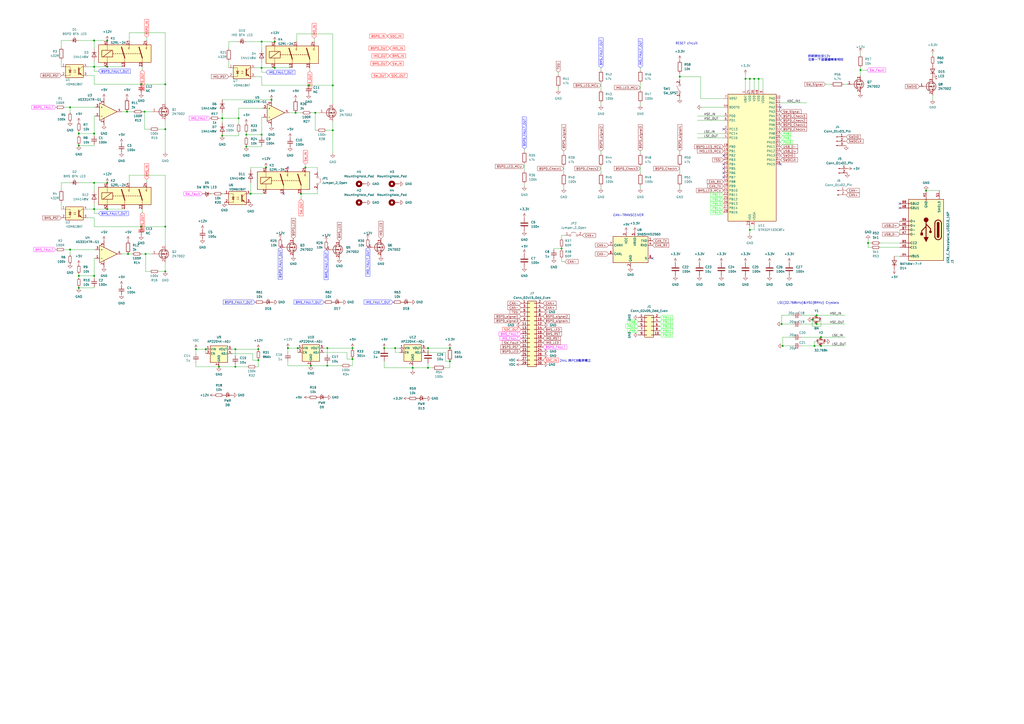
<source format=kicad_sch>
(kicad_sch (version 20230121) (generator eeschema)
  (paper "A2")
  (title_block (title "SDC_MCU") (date "2025-10-02") (rev "2025.10") (company "NCKU Formula Racing Team"))
  (junction (at 54.61 121.285))
  (junction (at 149.86 202.565))
  (junction (at 81.915 131.445))
  (junction (at 193.04 49.53))
  (junction (at 54.61 160.02))
  (junction (at 159.385 39.37))
  (junction (at 454.025 200.66))
  (junction (at 45.72 167.005))
  (junction (at 471.17 185.42))
  (junction (at 325.755 144.145))
  (junction (at 174.625 112.395))
  (junction (at 74.295 147.32))
  (junction (at 248.285 201.93))
  (junction (at 154.305 97.155))
  (junction (at 54.61 38.735))
  (junction (at 167.005 201.93))
  (junction (at 127 212.725))
  (junction (at 172.72 201.93))
  (junction (at 229.235 201.93))
  (junction (at 476.25 195.58))
  (junction (at 157.48 57.785))
  (junction (at 84.455 147.32))
  (junction (at 179.07 49.53))
  (junction (at 394.335 44.45))
  (junction (at 54.61 106.045))
  (junction (at 177.165 97.155))
  (junction (at 432.435 45.72))
  (junction (at 151.765 78.105))
  (junction (at 136.525 212.725))
  (junction (at 204.47 208.28))
  (junction (at 171.45 65.405))
  (junction (at 473.71 182.88))
  (junction (at 260.985 201.93))
  (junction (at 149.86 208.915))
  (junction (at 182.88 65.405))
  (junction (at 136.525 202.565))
  (junction (at 222.885 201.93))
  (junction (at 138.43 68.58))
  (junction (at 189.865 212.09))
  (junction (at 193.04 75.565))
  (junction (at 119.38 202.565))
  (junction (at 54.61 23.495))
  (junction (at 434.975 133.35))
  (junction (at 151.765 24.13))
  (junction (at 95.885 48.895))
  (junction (at 62.23 23.495))
  (junction (at 499.11 40.64))
  (junction (at 83.82 64.77))
  (junction (at 62.23 121.285))
  (junction (at 434.975 45.72))
  (junction (at 537.21 110.49))
  (junction (at 476.25 200.66))
  (junction (at 45.72 160.02))
  (junction (at 473.71 187.96))
  (junction (at 62.23 38.735))
  (junction (at 73.66 64.77))
  (junction (at 54.61 77.47))
  (junction (at 81.915 48.895))
  (junction (at 204.47 201.93))
  (junction (at 128.905 78.74))
  (junction (at 180.34 212.09))
  (junction (at 95.885 74.93))
  (junction (at 189.865 201.93))
  (junction (at 95.885 157.48))
  (junction (at 440.055 45.72))
  (junction (at 95.885 131.445))
  (junction (at 128.905 68.58))
  (junction (at 151.765 39.37))
  (junction (at 45.72 77.47))
  (junction (at 472.44 200.66))
  (junction (at 145.415 112.395))
  (junction (at 113.665 202.565))
  (junction (at 453.39 187.96))
  (junction (at 159.385 24.13))
  (junction (at 40.64 62.23))
  (junction (at 142.875 85.09))
  (junction (at 62.23 106.045))
  (junction (at 503.555 140.97))
  (junction (at 142.875 78.105))
  (junction (at 260.985 209.55))
  (junction (at 248.285 213.36))
  (junction (at 45.72 84.455))
  (junction (at 437.515 45.72))
  (junction (at 40.64 144.78))
  (junction (at 239.395 213.36))
  (no_connect (at 452.755 62.23))
  (no_connect (at 378.46 149.86))
  (no_connect (at 419.735 90.17))
  (no_connect (at 164.465 112.395))
  (no_connect (at 419.735 97.79))
  (no_connect (at 521.97 118.11))
  (no_connect (at 419.735 100.33))
  (no_connect (at 419.735 95.25))
  (no_connect (at 167.005 97.155))
  (no_connect (at 419.735 102.87))
  (no_connect (at 419.735 74.93))
  (no_connect (at 452.755 95.25))
  (no_connect (at 521.97 120.65))
  (wire (pts (xy 113.665 212.725) (xy 127 212.725)))
  (wire (pts (xy 222.885 201.93) (xy 229.235 201.93)))
  (wire (pts (xy 521.97 130.81) (xy 521.97 128.27)))
  (wire (pts (xy 406.4 57.15) (xy 406.4 44.45)))
  (wire (pts (xy 182.88 65.405) (xy 182.88 75.565)))
  (wire (pts (xy 454.025 195.58) (xy 459.74 195.58)))
  (wire (pts (xy 502.92 40.64) (xy 499.11 40.64)))
  (wire (pts (xy 84.455 147.32) (xy 88.265 147.32)))
  (wire (pts (xy 325.755 136.525) (xy 325.755 138.43)))
  (wire (pts (xy 247.015 201.93) (xy 248.285 201.93)))
  (wire (pts (xy 134.62 205.105) (xy 146.685 205.105)))
  (wire (pts (xy 348.615 107.95) (xy 348.615 109.22)))
  (wire (pts (xy 119.38 202.565) (xy 113.665 202.565)))
  (wire (pts (xy 174.625 112.395) (xy 174.625 115.57)))
  (wire (pts (xy 490.22 84.455) (xy 490.855 84.455)))
  (wire (pts (xy 204.47 201.93) (xy 204.47 202.565)))
  (wire (pts (xy 473.71 198.12) (xy 472.44 198.12)))
  (wire (pts (xy 432.435 45.72) (xy 432.435 52.07)))
  (wire (pts (xy 145.415 97.155) (xy 154.305 97.155)))
  (wire (pts (xy 394.335 42.545) (xy 394.335 44.45)))
  (wire (pts (xy 145.415 112.395) (xy 154.305 112.395)))
  (wire (pts (xy 142.875 84.455) (xy 142.875 85.09)))
  (wire (pts (xy 229.235 204.47) (xy 231.775 204.47)))
  (wire (pts (xy 45.72 77.47) (xy 45.72 78.74)))
  (wire (pts (xy 74.93 19.05) (xy 95.885 19.05)))
  (wire (pts (xy 544.83 110.49) (xy 537.21 110.49)))
  (wire (pts (xy 147.955 44.45) (xy 151.765 44.45)))
  (wire (pts (xy 182.88 65.405) (xy 185.42 65.405)))
  (wire (pts (xy 85.09 21.59) (xy 85.09 23.495)))
  (wire (pts (xy 95.885 101.6) (xy 95.885 131.445)))
  (wire (pts (xy 136.525 202.565) (xy 149.86 202.565)))
  (wire (pts (xy 50.8 43.815) (xy 54.61 43.815)))
  (wire (pts (xy 136.525 202.565) (xy 136.525 206.375)))
  (wire (pts (xy 54.61 118.11) (xy 54.61 121.285)))
  (wire (pts (xy 40.64 144.78) (xy 40.64 147.955)))
  (wire (pts (xy 82.55 40.64) (xy 82.55 38.735)))
  (wire (pts (xy 54.61 131.445) (xy 81.915 131.445)))
  (wire (pts (xy 437.515 45.72) (xy 440.055 45.72)))
  (wire (pts (xy 132.715 35.56) (xy 132.715 39.37)))
  (wire (pts (xy 304.165 106.68) (xy 304.165 107.95)))
  (wire (pts (xy 476.25 189.23) (xy 471.17 189.23)))
  (wire (pts (xy 138.43 68.58) (xy 138.43 71.755)))
  (wire (pts (xy 453.39 182.88) (xy 459.74 182.88)))
  (wire (pts (xy 518.795 148.59) (xy 521.97 148.59)))
  (wire (pts (xy 134.62 202.565) (xy 136.525 202.565)))
  (wire (pts (xy 119.38 202.565) (xy 119.38 205.105)))
  (wire (pts (xy 45.72 160.02) (xy 45.72 158.75)))
  (wire (pts (xy 371.475 107.95) (xy 371.475 109.22)))
  (wire (pts (xy 304.165 95.25) (xy 304.165 99.06)))
  (wire (pts (xy 95.885 19.05) (xy 95.885 48.895)))
  (wire (pts (xy 45.72 160.02) (xy 54.61 160.02)))
  (wire (pts (xy 54.61 160.02) (xy 54.61 149.86)))
  (wire (pts (xy 248.285 201.93) (xy 248.285 203.2)))
  (wire (pts (xy 40.64 62.23) (xy 55.245 62.23)))
  (wire (pts (xy 464.82 182.88) (xy 473.71 182.88)))
  (wire (pts (xy 148.59 212.725) (xy 149.86 212.725)))
  (wire (pts (xy 73.66 64.77) (xy 77.47 64.77)))
  (wire (pts (xy 419.735 57.15) (xy 406.4 57.15)))
  (wire (pts (xy 323.85 41.91) (xy 323.85 43.18)))
  (wire (pts (xy 503.555 143.51) (xy 503.555 140.97)))
  (wire (pts (xy 404.495 67.31) (xy 419.735 67.31)))
  (wire (pts (xy 503.555 140.97) (xy 505.46 140.97)))
  (wire (pts (xy 248.285 210.82) (xy 248.285 213.36)))
  (wire (pts (xy 394.335 56.515) (xy 394.335 57.15)))
  (wire (pts (xy 122.555 112.395) (xy 123.825 112.395)))
  (wire (pts (xy 45.72 77.47) (xy 54.61 77.47)))
  (wire (pts (xy 54.61 43.815) (xy 54.61 48.895)))
  (wire (pts (xy 138.43 62.865) (xy 152.4 62.865)))
  (wire (pts (xy 127 212.725) (xy 136.525 212.725)))
  (wire (pts (xy 248.285 201.93) (xy 260.985 201.93)))
  (wire (pts (xy 151.765 39.37) (xy 159.385 39.37)))
  (wire (pts (xy 35.56 109.855) (xy 35.56 106.045)))
  (wire (pts (xy 142.875 78.105) (xy 151.765 78.105)))
  (wire (pts (xy 54.61 67.31) (xy 55.245 67.31)))
  (wire (pts (xy 434.975 130.81) (xy 434.975 133.35)))
  (wire (pts (xy 45.72 84.455) (xy 54.61 84.455)))
  (wire (pts (xy 83.82 74.93) (xy 86.995 74.93)))
  (wire (pts (xy 453.39 187.96) (xy 453.39 182.88)))
  (wire (pts (xy 45.72 106.045) (xy 54.61 106.045)))
  (wire (pts (xy 54.61 166.37) (xy 54.61 167.005)))
  (wire (pts (xy 35.56 34.925) (xy 35.56 38.735)))
  (wire (pts (xy 54.61 106.045) (xy 54.61 110.49)))
  (wire (pts (xy 179.07 49.53) (xy 193.04 49.53)))
  (wire (pts (xy 151.765 41.91) (xy 154.305 41.91)))
  (wire (pts (xy 142.875 24.13) (xy 151.765 24.13)))
  (wire (pts (xy 499.11 30.48) (xy 499.11 31.75)))
  (wire (pts (xy 132.715 24.13) (xy 137.795 24.13)))
  (wire (pts (xy 239.395 213.36) (xy 248.285 213.36)))
  (wire (pts (xy 70.485 147.32) (xy 74.295 147.32)))
  (wire (pts (xy 50.8 38.735) (xy 54.61 38.735)))
  (wire (pts (xy 35.56 27.305) (xy 35.56 23.495)))
  (wire (pts (xy 54.61 121.285) (xy 62.23 121.285)))
  (wire (pts (xy 167.005 201.93) (xy 167.005 204.47)))
  (wire (pts (xy 184.15 97.155) (xy 184.15 99.695)))
  (wire (pts (xy 521.97 135.89) (xy 521.97 133.35)))
  (wire (pts (xy 54.61 23.495) (xy 54.61 27.94)))
  (wire (pts (xy 371.475 39.37) (xy 371.475 40.64)))
  (wire (pts (xy 201.295 204.47) (xy 201.295 208.28)))
  (wire (pts (xy 142.875 78.105) (xy 142.875 76.835)))
  (wire (pts (xy 348.615 96.52) (xy 348.615 100.33)))
  (wire (pts (xy 54.61 23.495) (xy 62.23 23.495)))
  (wire (pts (xy 454.025 200.66) (xy 459.74 200.66)))
  (wire (pts (xy 177.165 95.25) (xy 177.165 97.155)))
  (wire (pts (xy 454.025 200.66) (xy 454.025 195.58)))
  (wire (pts (xy 74.93 101.6) (xy 95.885 101.6)))
  (wire (pts (xy 132.715 27.94) (xy 132.715 24.13)))
  (wire (pts (xy 62.23 121.285) (xy 72.39 121.285)))
  (wire (pts (xy 229.235 201.93) (xy 231.775 201.93)))
  (wire (pts (xy 37.465 62.23) (xy 40.64 62.23)))
  (wire (pts (xy 304.165 86.36) (xy 304.165 87.63)))
  (wire (pts (xy 229.235 201.93) (xy 229.235 204.47)))
  (wire (pts (xy 151.765 24.13) (xy 159.385 24.13)))
  (wire (pts (xy 371.475 96.52) (xy 371.475 100.33)))
  (wire (pts (xy 189.865 201.93) (xy 189.865 205.74)))
  (wire (pts (xy 54.61 106.045) (xy 62.23 106.045)))
  (wire (pts (xy 472.44 200.66) (xy 476.25 200.66)))
  (wire (pts (xy 407.035 62.23) (xy 419.735 62.23)))
  (wire (pts (xy 35.56 106.045) (xy 40.64 106.045)))
  (wire (pts (xy 348.615 87.63) (xy 348.615 88.9)))
  (wire (pts (xy 327.025 107.95) (xy 327.025 109.22)))
  (wire (pts (xy 147.955 39.37) (xy 151.765 39.37)))
  (wire (pts (xy 54.61 35.56) (xy 54.61 38.735)))
  (wire (pts (xy 95.885 48.895) (xy 95.885 59.69)))
  (wire (pts (xy 45.72 23.495) (xy 54.61 23.495)))
  (wire (pts (xy 406.4 44.45) (xy 394.335 44.45)))
  (wire (pts (xy 54.61 126.365) (xy 54.61 131.445)))
  (wire (pts (xy 82.55 123.19) (xy 82.55 121.285)))
  (wire (pts (xy 541.02 57.785) (xy 541.02 55.245)))
  (wire (pts (xy 95.885 69.85) (xy 95.885 74.93)))
  (wire (pts (xy 151.765 24.13) (xy 151.765 28.575)))
  (wire (pts (xy 434.975 45.72) (xy 432.435 45.72)))
  (wire (pts (xy 172.085 19.685) (xy 193.04 19.685)))
  (wire (pts (xy 172.72 201.93) (xy 172.72 204.47)))
  (wire (pts (xy 81.915 147.32) (xy 84.455 147.32)))
  (wire (pts (xy 128.905 57.785) (xy 157.48 57.785)))
  (wire (pts (xy 179.705 41.275) (xy 179.705 39.37)))
  (wire (pts (xy 149.86 202.565) (xy 149.86 203.2)))
  (wire (pts (xy 35.56 23.495) (xy 40.64 23.495)))
  (wire (pts (xy 45.72 160.02) (xy 45.72 161.29)))
  (wire (pts (xy 432.435 43.18) (xy 432.435 45.72)))
  (wire (pts (xy 167.64 65.405) (xy 171.45 65.405)))
  (wire (pts (xy 184.15 109.855) (xy 184.15 112.395)))
  (wire (pts (xy 404.495 80.01) (xy 419.735 80.01)))
  (wire (pts (xy 177.165 97.155) (xy 184.15 97.155)))
  (wire (pts (xy 434.975 133.35) (xy 434.975 135.89)))
  (wire (pts (xy 187.96 204.47) (xy 201.295 204.47)))
  (wire (pts (xy 83.82 64.77) (xy 88.265 64.77)))
  (wire (pts (xy 54.61 77.47) (xy 54.61 67.31)))
  (wire (pts (xy 490.22 81.915) (xy 490.855 81.915)))
  (wire (pts (xy 171.45 65.405) (xy 175.26 65.405)))
  (wire (pts (xy 54.61 78.74) (xy 54.61 77.47)))
  (wire (pts (xy 128.905 65.405) (xy 128.905 68.58)))
  (wire (pts (xy 325.755 143.51) (xy 325.755 144.145)))
  (wire (pts (xy 167.005 212.09) (xy 180.34 212.09)))
  (wire (pts (xy 189.23 75.565) (xy 193.04 75.565)))
  (wire (pts (xy 371.475 48.26) (xy 371.475 52.07)))
  (wire (pts (xy 128.905 78.74) (xy 138.43 78.74)))
  (wire (pts (xy 95.885 152.4) (xy 95.885 157.48)))
  (wire (pts (xy 434.975 45.72) (xy 437.515 45.72)))
  (wire (pts (xy 54.61 38.735) (xy 54.61 41.275)))
  (wire (pts (xy 521.97 140.97) (xy 510.54 140.97)))
  (wire (pts (xy 476.25 185.42) (xy 476.25 189.23)))
  (wire (pts (xy 187.96 201.93) (xy 189.865 201.93)))
  (wire (pts (xy 464.82 187.96) (xy 473.71 187.96)))
  (wire (pts (xy 489.585 48.895) (xy 491.49 48.895)))
  (wire (pts (xy 239.395 214.63) (xy 239.395 213.36)))
  (wire (pts (xy 472.44 198.12) (xy 472.44 200.66)))
  (wire (pts (xy 151.765 78.105) (xy 151.765 67.945)))
  (wire (pts (xy 146.685 205.105) (xy 146.685 208.915)))
  (wire (pts (xy 151.765 49.53) (xy 179.07 49.53)))
  (wire (pts (xy 45.72 166.37) (xy 45.72 167.005)))
  (wire (pts (xy 325.755 151.765) (xy 325.755 149.86)))
  (wire (pts (xy 81.915 131.445) (xy 95.885 131.445)))
  (wire (pts (xy 503.555 140.97) (xy 503.555 139.065)))
  (wire (pts (xy 464.82 195.58) (xy 476.25 195.58)))
  (wire (pts (xy 510.54 143.51) (xy 521.97 143.51)))
  (wire (pts (xy 473.71 187.96) (xy 490.22 187.96)))
  (wire (pts (xy 490.22 79.375) (xy 490.855 79.375)))
  (wire (pts (xy 327.66 136.525) (xy 325.755 136.525)))
  (wire (pts (xy 74.93 101.6) (xy 74.93 106.045)))
  (wire (pts (xy 260.985 209.55) (xy 260.985 213.36)))
  (wire (pts (xy 201.295 208.28) (xy 204.47 208.28)))
  (wire (pts (xy 180.34 212.09) (xy 189.865 212.09)))
  (wire (pts (xy 371.475 87.63) (xy 371.475 88.9)))
  (wire (pts (xy 167.005 209.55) (xy 167.005 212.09)))
  (wire (pts (xy 371.475 59.69) (xy 371.475 60.96)))
  (wire (pts (xy 92.075 74.93) (xy 95.885 74.93)))
  (wire (pts (xy 222.885 209.55) (xy 222.885 213.36)))
  (wire (pts (xy 142.875 85.09) (xy 151.765 85.09)))
  (wire (pts (xy 54.61 38.735) (xy 62.23 38.735)))
  (wire (pts (xy 146.685 208.915) (xy 149.86 208.915)))
  (wire (pts (xy 151.765 79.375) (xy 151.765 78.105)))
  (wire (pts (xy 348.615 59.69) (xy 348.615 60.96)))
  (wire (pts (xy 84.455 147.32) (xy 84.455 157.48)))
  (wire (pts (xy 247.015 204.47) (xy 258.445 204.47)))
  (wire (pts (xy 128.905 68.58) (xy 128.905 71.12)))
  (wire (pts (xy 394.335 107.95) (xy 394.335 109.22)))
  (wire (pts (xy 136.525 211.455) (xy 136.525 212.725)))
  (wire (pts (xy 35.56 117.475) (xy 35.56 121.285)))
  (wire (pts (xy 499.11 40.64) (xy 499.11 43.815)))
  (wire (pts (xy 464.82 200.66) (xy 472.44 200.66)))
  (wire (pts (xy 473.71 182.88) (xy 490.22 182.88)))
  (wire (pts (xy 40.64 62.23) (xy 40.64 65.405)))
  (wire (pts (xy 45.72 167.005) (xy 54.61 167.005)))
  (wire (pts (xy 505.46 143.51) (xy 503.555 143.51)))
  (wire (pts (xy 128.905 112.395) (xy 130.175 112.395)))
  (wire (pts (xy 95.885 74.93) (xy 95.885 88.265)))
  (wire (pts (xy 113.665 202.565) (xy 113.665 205.105)))
  (wire (pts (xy 142.875 78.105) (xy 142.875 79.375)))
  (wire (pts (xy 151.765 36.195) (xy 151.765 39.37)))
  (wire (pts (xy 204.47 207.645) (xy 204.47 208.28)))
  (wire (pts (xy 499.11 39.37) (xy 499.11 40.64)))
  (wire (pts (xy 92.075 157.48) (xy 95.885 157.48)))
  (wire (pts (xy 113.665 210.185) (xy 113.665 212.725)))
  (wire (pts (xy 182.88 75.565) (xy 184.15 75.565)))
  (wire (pts (xy 437.515 133.35) (xy 434.975 133.35)))
  (wire (pts (xy 394.335 87.63) (xy 394.335 88.9)))
  (wire (pts (xy 54.61 41.275) (xy 57.15 41.275)))
  (wire (pts (xy 327.025 87.63) (xy 327.025 88.9)))
  (wire (pts (xy 321.31 144.145) (xy 325.755 144.145)))
  (wire (pts (xy 440.055 45.72) (xy 442.595 45.72)))
  (wire (pts (xy 348.615 48.26) (xy 348.615 52.07)))
  (wire (pts (xy 180.34 65.405) (xy 182.88 65.405)))
  (wire (pts (xy 327.025 96.52) (xy 327.025 100.33)))
  (wire (pts (xy 189.865 210.82) (xy 189.865 212.09)))
  (wire (pts (xy 258.445 213.36) (xy 260.985 213.36)))
  (wire (pts (xy 184.15 112.395) (xy 174.625 112.395)))
  (wire (pts (xy 222.885 213.36) (xy 239.395 213.36)))
  (wire (pts (xy 193.04 70.485) (xy 193.04 75.565)))
  (wire (pts (xy 258.445 204.47) (xy 258.445 209.55)))
  (wire (pts (xy 394.335 96.52) (xy 394.335 100.33)))
  (wire (pts (xy 541.02 31.115) (xy 541.02 32.385)))
  (wire (pts (xy 151.765 67.945) (xy 152.4 67.945)))
  (wire (pts (xy 442.595 45.72) (xy 442.595 52.07)))
  (wire (pts (xy 471.17 189.23) (xy 471.17 185.42)))
  (wire (pts (xy 321.31 144.145) (xy 321.31 144.78)))
  (wire (pts (xy 327.66 151.765) (xy 325.755 151.765)))
  (wire (pts (xy 54.61 121.285) (xy 54.61 123.825)))
  (wire (pts (xy 239.395 213.36) (xy 239.395 212.09)))
  (wire (pts (xy 437.515 130.81) (xy 437.515 133.35)))
  (wire (pts (xy 40.64 144.78) (xy 55.245 144.78)))
  (wire (pts (xy 323.85 50.8) (xy 323.85 52.07)))
  (wire (pts (xy 189.865 212.09) (xy 198.12 212.09)))
  (wire (pts (xy 70.485 64.77) (xy 73.66 64.77)))
  (wire (pts (xy 172.085 19.685) (xy 172.085 24.13)))
  (wire (pts (xy 81.915 48.895) (xy 95.885 48.895)))
  (wire (pts (xy 193.04 19.685) (xy 193.04 49.53)))
  (wire (pts (xy 45.72 77.47) (xy 45.72 76.2)))
  (wire (pts (xy 128.905 68.58) (xy 138.43 68.58)))
  (wire (pts (xy 189.865 201.93) (xy 204.47 201.93)))
  (wire (pts (xy 95.885 131.445) (xy 95.885 142.24)))
  (wire (pts (xy 45.72 83.82) (xy 45.72 84.455)))
  (wire (pts (xy 193.04 75.565) (xy 193.04 88.9)))
  (wire (pts (xy 394.335 44.45) (xy 394.335 46.355)))
  (wire (pts (xy 84.455 157.48) (xy 86.995 157.48)))
  (wire (pts (xy 83.82 64.77) (xy 83.82 74.93)))
  (wire (pts (xy 138.43 76.835) (xy 138.43 78.74)))
  (wire (pts (xy 62.23 38.735) (xy 72.39 38.735)))
  (wire (pts (xy 325.755 144.145) (xy 325.755 144.78)))
  (wire (pts (xy 54.61 161.29) (xy 54.61 160.02)))
  (wire (pts (xy 145.415 97.155) (xy 145.415 98.425)))
  (wire (pts (xy 54.61 48.895) (xy 81.915 48.895)))
  (wire (pts (xy 136.525 212.725) (xy 143.51 212.725)))
  (wire (pts (xy 258.445 209.55) (xy 260.985 209.55)))
  (wire (pts (xy 348.615 39.37) (xy 348.615 40.64)))
  (wire (pts (xy 151.765 84.455) (xy 151.765 85.09)))
  (wire (pts (xy 82.55 64.77) (xy 83.82 64.77)))
  (wire (pts (xy 437.515 45.72) (xy 437.515 52.07)))
  (wire (pts (xy 182.245 22.225) (xy 182.245 24.13)))
  (wire (pts (xy 127 68.58) (xy 128.905 68.58)))
  (wire (pts (xy 159.385 39.37) (xy 169.545 39.37)))
  (wire (pts (xy 54.61 83.82) (xy 54.61 84.455)))
  (wire (pts (xy 404.495 77.47) (xy 419.735 77.47)))
  (wire (pts (xy 50.8 121.285) (xy 54.61 121.285)))
  (wire (pts (xy 151.765 39.37) (xy 151.765 41.91)))
  (wire (pts (xy 452.755 59.69) (xy 467.995 59.69)))
  (wire (pts (xy 50.8 126.365) (xy 54.61 126.365)))
  (wire (pts (xy 440.055 45.72) (xy 440.055 52.07)))
  (wire (pts (xy 85.09 104.14) (xy 85.09 106.045)))
  (wire (pts (xy 476.25 200.66) (xy 490.22 200.66)))
  (wire (pts (xy 145.415 106.045) (xy 145.415 112.395)))
  (wire (pts (xy 248.285 213.36) (xy 250.825 213.36)))
  (wire (pts (xy 204.47 208.28) (xy 204.47 212.09)))
  (wire (pts (xy 404.495 69.85) (xy 419.735 69.85)))
  (wire (pts (xy 172.72 201.93) (xy 167.005 201.93)))
  (wire (pts (xy 203.2 212.09) (xy 204.47 212.09)))
  (wire (pts (xy 74.93 19.05) (xy 74.93 23.495)))
  (wire (pts (xy 74.295 147.32) (xy 76.835 147.32)))
  (wire (pts (xy 434.975 52.07) (xy 434.975 45.72)))
  (wire (pts (xy 54.61 123.825) (xy 57.15 123.825)))
  (wire (pts (xy 54.61 149.86) (xy 55.245 149.86)))
  (wire (pts (xy 193.04 49.53) (xy 193.04 60.325)))
  (wire (pts (xy 453.39 187.96) (xy 459.74 187.96)))
  (wire (pts (xy 151.765 44.45) (xy 151.765 49.53)))
  (wire (pts (xy 476.25 195.58) (xy 490.22 195.58)))
  (wire (pts (xy 138.43 68.58) (xy 138.43 62.865)))
  (wire (pts (xy 149.86 208.28) (xy 149.86 208.915)))
  (wire (pts (xy 149.86 208.915) (xy 149.86 212.725)))
  (wire (pts (xy 478.79 48.895) (xy 481.965 48.895)))
  (wire (pts (xy 37.465 144.78) (xy 40.64 144.78)))
  (text "RESET circuit" (at 391.795 26.035 0) (effects (font (size 1.27 1.27)) (justify left bottom)))
  (text "CAN-TRANSCEIVER" (at 355.6 125.73 0) (effects (font (size 1.27 1.27)) (justify left bottom)))
  (text "24V，與PCB電源獨立\n" (at 342.9 210.185 0) (effects (font (size 1.27 1.27)) (justify right bottom)))
  (text "把訊號拉至12V\n注意一下這邊邏輯會相反" (at 468.63 35.56 0) (effects (font (size 1.27 1.27)) (justify left bottom)))
  (text "LSE(32.768kHz)&HSE(8MHz) Crystals\n" (at 450.85 176.53 0) (effects (font (size 1.27 1.27)) (justify left bottom)))
  (label "LSE_IN" (at 408.305 77.47 0))
  (label "HSE_OUT" (at 481.33 187.96 0))
  (label "HSE_IN" (at 481.33 182.88 0))
  (label "ADC_IN1" (at 456.565 59.69 0))
  (label "HSE_OUT" (at 408.305 69.85 0))
  (label "LSE_IN" (at 482.6 195.58 0))
  (label "HSE_IN" (at 408.305 67.31 0))
  (label "LSE_OUT" (at 482.6 200.66 0))
  (label "LSE_OUT" (at 408.305 80.01 0))
  (global_label "SW_IN" (shape input) (at 177.165 95.25 90) (property "Intersheetrefs" "${INTERSHEET_REFS}" (effects hide)))
  (global_label "IMD_FAULT_OUT" (shape input) (at 154.305 41.91 0) (property "Intersheetrefs" "${INTERSHEET_REFS}" (effects hide)))
  (global_label "BSPD_LED" (shape input) (at 302.26 203.835 180) (property "Intersheetrefs" "${INTERSHEET_REFS}" (effects hide)))
  (global_label "IMD_RST" (shape input) (at 132.715 44.45 180) (property "Intersheetrefs" "${INTERSHEET_REFS}" (effects hide)))
  (global_label "SW_Signal" (shape input) (at 478.79 48.895 180) (property "Intersheetrefs" "${INTERSHEET_REFS}" (effects hide)))
  (global_label "IMD_RST" (shape input) (at 314.96 196.215 0) (property "Intersheetrefs" "${INTERSHEET_REFS}" (effects hide)))
  (global_label "BMS_LED" (shape input) (at 196.85 139.7 90) (property "Intersheetrefs" "${INTERSHEET_REFS}" (effects hide)))
  (global_label "CAN_RX" (shape input) (at 419.735 105.41 180) (property "Intersheetrefs" "${INTERSHEET_REFS}" (effects hide)))
  (global_label "BMS_LED_MCU" (shape input) (at 348.615 49.53 180) (property "Intersheetrefs" "${INTERSHEET_REFS}" (effects hide)))
  (global_label "SW_Fault" (shape input) (at 302.26 198.755 180) (property "Intersheetrefs" "${INTERSHEET_REFS}" (effects hide)))
  (global_label "BSPD_Check2" (shape input) (at 348.615 97.79 180) (property "Intersheetrefs" "${INTERSHEET_REFS}" (effects hide)))
  (global_label "PB12" (shape input) (at 382.905 186.69 0) (property "Intersheetrefs" "${INTERSHEET_REFS}" (effects hide)))
  (global_label "PB13" (shape input) (at 382.905 189.23 0) (property "Intersheetrefs" "${INTERSHEET_REFS}" (effects hide)))
  (global_label "SDC_OUT" (shape input) (at 225.425 43.815 0) (property "Intersheetrefs" "${INTERSHEET_REFS}" (effects hide)))
  (global_label "BSPD_FAULT_OUT" (shape input) (at 147.955 175.26 180) (property "Intersheetrefs" "${INTERSHEET_REFS}" (effects hide)))
  (global_label "SWDIO" (shape input) (at 490.855 79.375 0) (property "Intersheetrefs" "${INTERSHEET_REFS}" (effects hide)))
  (global_label "PB13" (shape input) (at 419.735 118.11 180) (property "Intersheetrefs" "${INTERSHEET_REFS}" (effects hide)))
  (global_label "CAN+" (shape input) (at 337.82 136.525 0) (property "Intersheetrefs" "${INTERSHEET_REFS}" (effects hide)))
  (global_label "BSPD_OUT" (shape input) (at 82.55 40.64 270) (property "Intersheetrefs" "${INTERSHEET_REFS}" (effects hide)))
  (global_label "CAN+" (shape input) (at 353.06 142.24 180) (property "Intersheetrefs" "${INTERSHEET_REFS}" (effects hide)))
  (global_label "BMS_OUT" (shape input) (at 226.06 36.83 180) (property "Intersheetrefs" "${INTERSHEET_REFS}" (effects hide)))
  (global_label "IMD_FAULT" (shape input) (at 302.26 196.215 180) (property "Intersheetrefs" "${INTERSHEET_REFS}" (effects hide)))
  (global_label "IMD_LED" (shape input) (at 314.96 198.755 0) (property "Intersheetrefs" "${INTERSHEET_REFS}" (effects hide)))
  (global_label "BMS_RST" (shape input) (at 314.96 193.675 0) (property "Intersheetrefs" "${INTERSHEET_REFS}" (effects hide)))
  (global_label "BSPD_signal4" (shape input) (at 314.96 186.055 0) (property "Intersheetrefs" "${INTERSHEET_REFS}" (effects hide)))
  (global_label "IMD_OUT" (shape input) (at 226.06 32.385 180) (property "Intersheetrefs" "${INTERSHEET_REFS}" (effects hide)))
  (global_label "BSPD_IN" (shape input) (at 224.79 20.955 180) (property "Intersheetrefs" "${INTERSHEET_REFS}" (effects hide)))
  (global_label "BMS_LED" (shape input) (at 314.96 191.135 0) (property "Intersheetrefs" "${INTERSHEET_REFS}" (effects hide)))
  (global_label "SW_OUT" (shape input) (at 174.625 115.57 270) (property "Intersheetrefs" "${INTERSHEET_REFS}" (effects hide)))
  (global_label "BSPD_signal4" (shape input) (at 394.335 87.63 90) (property "Intersheetrefs" "${INTERSHEET_REFS}" (effects hide)))
  (global_label "PB11" (shape input) (at 382.905 184.15 0) (property "Intersheetrefs" "${INTERSHEET_REFS}" (effects hide)))
  (global_label "BMS_FAULT_OUT" (shape input) (at 348.615 39.37 90) (property "Intersheetrefs" "${INTERSHEET_REFS}" (effects hide)))
  (global_label "IMD_OUT" (shape input) (at 179.705 41.275 270) (property "Intersheetrefs" "${INTERSHEET_REFS}" (effects hide)))
  (global_label "BMS_FAULT" (shape input) (at 32.385 144.78 180) (property "Intersheetrefs" "${INTERSHEET_REFS}" (effects hide)))
  (global_label "BSPD_Check4" (shape input) (at 394.335 97.79 180) (property "Intersheetrefs" "${INTERSHEET_REFS}" (effects hide)))
  (global_label "BSPD_FAULT_OUT" (shape input) (at 304.165 86.36 90) (property "Intersheetrefs" "${INTERSHEET_REFS}" (effects hide)))
  (global_label "CAN+" (shape input) (at 490.855 113.03 0) (property "Intersheetrefs" "${INTERSHEET_REFS}" (effects hide)))
  (global_label "CAN_TX" (shape input) (at 378.46 139.7 0) (property "Intersheetrefs" "${INTERSHEET_REFS}" (effects hide)))
  (global_label "IMD_FAULT_OUT" (shape input) (at 227.965 175.26 180) (property "Intersheetrefs" "${INTERSHEET_REFS}" (effects hide)))
  (global_label "TSSI" (shape input) (at 419.735 92.71 180) (property "Intersheetrefs" "${INTERSHEET_REFS}" (effects hide)))
  (global_label "IMD_FAULT" (shape input) (at 121.92 68.58 180) (property "Intersheetrefs" "${INTERSHEET_REFS}" (effects hide)))
  (global_label "SWDIO" (shape input) (at 533.4 50.165 180) (property "Intersheetrefs" "${INTERSHEET_REFS}" (effects hide)))
  (global_label "USB_D-" (shape input) (at 452.755 85.09 0) (property "Intersheetrefs" "${INTERSHEET_REFS}" (effects hide)))
  (global_label "BSPD_FAULT_OUT" (shape input) (at 162.56 143.51 270) (property "Intersheetrefs" "${INTERSHEET_REFS}" (effects hide)))
  (global_label "BSPD_IN" (shape input) (at 85.09 21.59 90) (property "Intersheetrefs" "${INTERSHEET_REFS}" (effects hide)))
  (global_label "BSPD_signal3" (shape input) (at 302.26 186.055 180) (property "Intersheetrefs" "${INTERSHEET_REFS}" (effects hide)))
  (global_label "PB12" (shape input) (at 419.735 115.57 180) (property "Intersheetrefs" "${INTERSHEET_REFS}" (effects hide)))
  (global_label "BSPD_signal1" (shape input) (at 327.025 87.63 90) (property "Intersheetrefs" "${INTERSHEET_REFS}" (effects hide)))
  (global_label "IMD_LED" (shape input) (at 220.98 138.43 90) (property "Intersheetrefs" "${INTERSHEET_REFS}" (effects hide)))
  (global_label "SDC_IN" (shape input) (at 314.96 208.915 0) (property "Intersheetrefs" "${INTERSHEET_REFS}" (effects hide)))
  (global_label "BSPD_Check1" (shape input) (at 452.755 72.39 0) (property "Intersheetrefs" "${INTERSHEET_REFS}" (effects hide)))
  (global_label "SW_Fault" (shape input) (at 502.92 40.64 0) (property "Intersheetrefs" "${INTERSHEET_REFS}" (effects hide)))
  (global_label "PA9" (shape input) (at 452.755 80.01 0) (property "Intersheetrefs" "${INTERSHEET_REFS}" (effects hide)))
  (global_label "SDC_IN" (shape input) (at 224.79 20.955 0) (property "Intersheetrefs" "${INTERSHEET_REFS}" (effects hide)))
  (global_label "BMS_RST" (shape input) (at 35.56 126.365 180) (property "Intersheetrefs" "${INTERSHEET_REFS}" (effects hide)))
  (global_label "BMS_FAULT_OUT" (shape input) (at 189.23 144.78 270) (property "Intersheetrefs" "${INTERSHEET_REFS}" (effects hide)))
  (global_label "IMD_IN" (shape input) (at 182.245 22.225 90) (property "Intersheetrefs" "${INTERSHEET_REFS}" (effects hide)))
  (global_label "BSPD_FAULT" (shape input) (at 314.96 201.295 0) (property "Intersheetrefs" "${INTERSHEET_REFS}" (effects hide)))
  (global_label "CAN_RX" (shape input) (at 378.46 142.24 0) (property "Intersheetrefs" "${INTERSHEET_REFS}" (effects hide)))
  (global_label "IMD_FAULT_OUT" (shape input) (at 213.36 143.51 270) (property "Intersheetrefs" "${INTERSHEET_REFS}" (effects hide)))
  (global_label "PB15" (shape input) (at 419.735 123.19 180) (property "Intersheetrefs" "${INTERSHEET_REFS}" (effects hide)))
  (global_label "SW_IN" (shape input) (at 226.06 36.83 0) (property "Intersheetrefs" "${INTERSHEET_REFS}" (effects hide)))
  (global_label "TSSI" (shape input) (at 323.85 41.91 90) (property "Intersheetrefs" "${INTERSHEET_REFS}" (effects hide)))
  (global_label "PB14" (shape input) (at 419.735 120.65 180) (property "Intersheetrefs" "${INTERSHEET_REFS}" (effects hide)))
  (global_label "BSPD_RST" (shape input) (at 35.56 43.815 180) (property "Intersheetrefs" "${INTERSHEET_REFS}" (effects hide)))
  (global_label "PB11" (shape input) (at 419.735 113.03 180) (property "Intersheetrefs" "${INTERSHEET_REFS}" (effects hide)))
  (global_label "USB_D-" (shape input) (at 521.97 135.89 180) (property "Intersheetrefs" "${INTERSHEET_REFS}" (effects hide)))
  (global_label "USB_D+" (shape input) (at 452.755 87.63 0) (property "Intersheetrefs" "${INTERSHEET_REFS}" (effects hide)))
  (global_label "BSPD_signal2" (shape input) (at 348.615 87.63 90) (property "Intersheetrefs" "${INTERSHEET_REFS}" (effects hide)))
  (global_label "PA8" (shape input) (at 452.755 77.47 0) (property "Intersheetrefs" "${INTERSHEET_REFS}" (effects hide)))
  (global_label "SW_Fault" (shape input) (at 117.475 112.395 180) (property "Intersheetrefs" "${INTERSHEET_REFS}" (effects hide)))
  (global_label "BMS_IN" (shape input) (at 226.06 32.385 0) (property "Intersheetrefs" "${INTERSHEET_REFS}" (effects hide)))
  (global_label "SDC_OUT" (shape input) (at 302.26 191.135 180) (property "Intersheetrefs" "${INTERSHEET_REFS}" (effects hide)))
  (global_label "CAN+" (shape input) (at 314.96 178.435 0) (property "Intersheetrefs" "${INTERSHEET_REFS}" (effects hide)))
  (global_label "BSPD_Check3" (shape input) (at 371.475 97.79 180) (property "Intersheetrefs" "${INTERSHEET_REFS}" (effects hide)))
  (global_label "BSPD_signal3" (shape input) (at 371.475 87.63 90) (property "Intersheetrefs" "${INTERSHEET_REFS}" (effects hide)))
  (global_label "BSPD_LED_MCU" (shape input) (at 304.165 96.52 180) (property "Intersheetrefs" "${INTERSHEET_REFS}" (effects hide)))
  (global_label "SW_Signal" (shape input) (at 452.755 64.77 0) (property "Intersheetrefs" "${INTERSHEET_REFS}" (effects hide)))
  (global_label "BMS_OUT" (shape input) (at 82.55 123.19 270) (property "Intersheetrefs" "${INTERSHEET_REFS}" (effects hide)))
  (global_label "IMD_IN" (shape input) (at 226.06 27.94 0) (property "Intersheetrefs" "${INTERSHEET_REFS}" (effects hide)))
  (global_label "IMD_FAULT_OUT" (shape input) (at 371.475 39.37 90) (property "Intersheetrefs" "${INTERSHEET_REFS}" (effects hide)))
  (global_label "BSPD_FAULT" (shape input) (at 32.385 62.23 180) (property "Intersheetrefs" "${INTERSHEET_REFS}" (effects hide)))
  (global_label "BSPD_Check3" (shape input) (at 452.755 67.31 0) (property "Intersheetrefs" "${INTERSHEET_REFS}" (effects hide)))
  (global_label "CAN-" (shape input) (at 302.26 175.895 180) (property "Intersheetrefs" "${INTERSHEET_REFS}" (effects hide)))
  (global_label "PA10" (shape input) (at 452.755 82.55 0) (property "Intersheetrefs" "${INTERSHEET_REFS}" (effects hide)))
  (global_label "BSPD_signal2" (shape input) (at 314.96 183.515 0) (property "Intersheetrefs" "${INTERSHEET_REFS}" (effects hide)))
  (global_label "PA10" (shape input) (at 370.205 189.23 180) (property "Intersheetrefs" "${INTERSHEET_REFS}" (effects hide)))
  (global_label "BSPD_Check2" (shape input) (at 452.755 69.85 0) (property "Intersheetrefs" "${INTERSHEET_REFS}" (effects hide)))
  (global_label "PB14" (shape input) (at 382.905 191.77 0) (property "Intersheetrefs" "${INTERSHEET_REFS}" (effects hide)))
  (global_label "USB_D+" (shape input) (at 521.97 130.81 180) (property "Intersheetrefs" "${INTERSHEET_REFS}" (effects hide)))
  (global_label "IMD_LED_MCU" (shape input) (at 419.735 87.63 180) (property "Intersheetrefs" "${INTERSHEET_REFS}" (effects hide)))
  (global_label "PA9" (shape input) (at 370.205 191.77 180) (property "Intersheetrefs" "${INTERSHEET_REFS}" (effects hide)))
  (global_label "SWDIO" (shape input) (at 452.755 90.17 0) (property "Intersheetrefs" "${INTERSHEET_REFS}" (effects hide)))
  (global_label "BMS_LED_MCU" (shape input) (at 419.735 110.49 180) (property "Intersheetrefs" "${INTERSHEET_REFS}" (effects hide)))
  (global_label "BMS_FAULT_OUT" (shape input) (at 57.15 123.825 0) (property "Intersheetrefs" "${INTERSHEET_REFS}" (effects hide)))
  (global_label "BSPD_Check4" (shape input) (at 452.755 74.93 0) (property "Intersheetrefs" "${INTERSHEET_REFS}" (effects hide)))
  (global_label "SW_OUT" (shape input) (at 225.425 43.815 180) (property "Intersheetrefs" "${INTERSHEET_REFS}" (effects hide)))
  (global_label "PB15" (shape input) (at 382.905 194.31 0) (property "Intersheetrefs" "${INTERSHEET_REFS}" (effects hide)))
  (global_label "BMS_FAULT_OUT" (shape input) (at 187.96 175.26 180) (property "Intersheetrefs" "${INTERSHEET_REFS}" (effects hide)))
  (global_label "CAN+" (shape input) (at 314.96 175.895 0) (property "Intersheetrefs" "${INTERSHEET_REFS}" (effects hide)))
  (global_label "CAN_TX" (shape input) (at 419.735 107.95 180) (property "Intersheetrefs" "${INTERSHEET_REFS}" (effects hide)))
  (global_label "PA8" (shape input) (at 370.205 186.69 180) (property "Intersheetrefs" "${INTERSHEET_REFS}" (effects hide)))
  (global_label "CAN-" (shape input) (at 353.06 147.32 180) (property "Intersheetrefs" "${INTERSHEET_REFS}" (effects hide)))
  (global_label "BSPD_LED_MCU" (shape input) (at 419.735 85.09 180) (property "Intersheetrefs" "${INTERSHEET_REFS}" (effects hide)))
  (global_label "SWDCLK" (shape input) (at 452.755 92.71 0) (property "Intersheetrefs" "${INTERSHEET_REFS}" (effects hide)))
  (global_label "SWDCLK" (shape input) (at 490.855 81.915 0) (property "Intersheetrefs" "${INTERSHEET_REFS}" (effects hide)))
  (global_label "CAN-" (shape input) (at 490.855 110.49 0) (property "Intersheetrefs" "${INTERSHEET_REFS}" (effects hide)))
  (global_label "BMS_FAULT" (shape input) (at 302.26 193.675 180) (property "Intersheetrefs" "${INTERSHEET_REFS}" (effects hide)))
  (global_label "BSPD_FAULT_OUT" (shape input) (at 57.15 41.275 0) (property "Intersheetrefs" "${INTERSHEET_REFS}" (effects hide)))
  (global_label "BSPD_Check1" (shape input) (at 327.025 97.79 180) (property "Intersheetrefs" "${INTERSHEET_REFS}" (effects hide)))
  (global_label "BMS_IN" (shape input) (at 85.09 104.14 90) (property "Intersheetrefs" "${INTERSHEET_REFS}" (effects hide)))
  (global_label "BSPD_OUT" (shape input) (at 226.06 27.94 180) (property "Intersheetrefs" "${INTERSHEET_REFS}" (effects hide)))
  (global_label "BSPD_LED" (shape input) (at 170.18 138.43 90) (property "Intersheetrefs" "${INTERSHEET_REFS}" (effects hide)))
  (global_label "IMD_LED_MCU" (shape input) (at 371.475 50.8 180) (property "Intersheetrefs" "${INTERSHEET_REFS}" (effects hide)))
  (global_label "TSSI" (shape input) (at 302.26 180.975 180) (property "Intersheetrefs" "${INTERSHEET_REFS}" (effects hide)))
  (global_label "BSPD_RST" (shape input) (at 302.26 201.295 180) (property "Intersheetrefs" "${INTERSHEET_REFS}" (effects hide)))
  (global_label "CAN-" (shape input) (at 302.26 178.435 180) (property "Intersheetrefs" "${INTERSHEET_REFS}" (effects hide)))
  (global_label "CAN-" (shape input) (at 327.66 151.765 0) (property "Intersheetrefs" "${INTERSHEET_REFS}" (effects hide)))
  (global_label "BSPD_signal1" (shape input) (at 302.26 183.515 180) (property "Intersheetrefs" "${INTERSHEET_REFS}" (effects hide)))
  (symbol (lib_id "Regulator_Linear:AP2204K-ADJ") (at 180.34 204.47 0) (unit 1)
    (property "Reference" "U10" (at 180.34 195.58 0))
    (property "Value" "AP2204K-ADJ" (at 180.34 198.12 0))
    (property "Footprint" "Package_TO_SOT_SMD:SOT-23-5" (effects hide))
    (property "Datasheet" "https://www.diodes.com/assets/Datasheets/AP2204.pdf" (effects hide))
  )
  (symbol (lib_id "Device:R_Small") (at 45.72 163.83 0) (unit 1)
    (property "Reference" "R10" (at 48.26 162.56 0) (effects (justify left)))
    (property "Value" "10k" (at 48.26 165.1 0) (effects (justify left)))
    (property "Footprint" "Resistor_SMD:R_0603_1608Metric" (effects hide))
  )
  (symbol (lib_id "power:GND") (at 394.335 57.15 0) (unit 1)
    (property "Reference" "#PWR0113" (effects hide))
    (property "Value" "GND" (effects hide))
  )
  (symbol (lib_id "Device:R") (at 371.475 44.45 0) (unit 1)
    (property "Reference" "R46" (at 374.015 43.18 0) (effects (justify left)))
    (property "Value" "47k" (at 374.015 45.72 0) (effects (justify left)))
    (property "Footprint" "Resistor_SMD:R_0603_1608Metric" (effects hide))
  )
  (symbol (lib_id "Device:C_Small") (at 179.07 52.07 0) (unit 1)
    (property "Reference" "C11" (at 181.61 50.8063 0) (effects (justify left)))
    (property "Value" "NC" (at 181.61 53.3463 0) (effects (justify left)))
    (property "Footprint" "Capacitor_THT:C_Disc_D3.0mm_W1.6mm_P2.50mm" (effects hide))
  )
  (symbol (lib_id "Device:R_Small") (at 541.02 34.925 0) (unit 1)
    (property "Reference" "R60" (at 543.56 33.655 0) (effects (justify left)))
    (property "Value" "10k" (at 543.56 36.195 0) (effects (justify left)))
    (property "Footprint" "Resistor_SMD:R_0603_1608Metric" (effects hide))
  )
  (symbol (lib_id "Device:R_Small") (at 162.56 140.97 0) (mirror x) (unit 1)
    (property "Reference" "R25" (at 160.655 139.7 0) (effects (justify right)))
    (property "Value" "10k" (at 160.655 142.24 0) (effects (justify right)))
    (property "Footprint" "Resistor_SMD:R_0603_1608Metric" (effects hide))
  )
  (symbol (lib_id "power:GND") (at 323.85 52.07 0) (unit 1)
    (property "Reference" "#PWR074" (effects hide))
    (property "Value" "GND" (at 323.85 57.15 0))
  )
  (symbol (lib_id "Device:C_Small") (at 462.28 200.66 270) (unit 1)
    (property "Reference" "C21" (at 465.455 198.755 90))
    (property "Value" "20p" (at 459.74 201.93 90))
    (property "Footprint" "Capacitor_SMD:C_0603_1608Metric" (effects hide))
  )
  (symbol (lib_id "Device:R") (at 304.165 91.44 0) (unit 1)
    (property "Reference" "R35" (at 306.705 90.17 0) (effects (justify left)))
    (property "Value" "47k" (at 306.705 92.71 0) (effects (justify left)))
    (property "Footprint" "Resistor_SMD:R_0603_1608Metric" (effects hide))
  )
  (symbol (lib_id "Connector:USB_C_Receptacle_USB2.0_16P") (at 537.21 133.35 180) (unit 1)
    (property "Reference" "J3" (at 552.45 151.765 90))
    (property "Value" "USB_C_Receptacle_USB2.0_16P" (at 549.91 137.795 90))
    (property "Footprint" "Connector_USB:USB_C_Receptacle_HRO_TYPE-C-31-M-12" (effects hide))
    (property "Datasheet" "https://www.usb.org/sites/default/files/documents/usb_type-c.zip" (effects hide))
  )
  (symbol (lib_id "power:+5V") (at 142.875 71.755 0) (unit 1)
    (property "Reference" "#PWR036" (effects hide))
    (property "Value" "+5V" (at 142.875 66.675 0))
  )
  (symbol (lib_id "power:+3.3V") (at 432.435 43.18 0) (unit 1)
    (property "Reference" "#PWR095" (effects hide))
    (property "Value" "+3.3V" (at 432.435 38.1 0))
  )
  (symbol (lib_id "Switch:SW_SPST") (at 394.335 51.435 90) (unit 1)
    (property "Reference" "SW1" (at 384.81 51.435 90) (effects (justify right)))
    (property "Value" "SW_SPST" (at 384.81 53.975 90) (effects (justify right)))
    (property "Footprint" "Button_Switch_SMD:SW_SPST_FSMSM" (effects hide))
  )
  (symbol (lib_id "Device:R_Small") (at 138.43 74.295 0) (mirror y) (unit 1)
    (property "Reference" "R22" (at 135.89 73.025 0) (effects (justify left)))
    (property "Value" "100k" (at 135.89 75.565 0) (effects (justify left)))
    (property "Footprint" "Resistor_SMD:R_0603_1608Metric" (effects hide))
  )
  (symbol (lib_id "power:GND") (at 537.21 110.49 180) (unit 1)
    (property "Reference" "#PWR0111" (effects hide))
    (property "Value" "GND" (at 537.21 106.045 0))
  )
  (symbol (lib_id "power:+12V") (at 62.23 106.045 0) (unit 1)
    (property "Reference" "#PWR015" (effects hide))
    (property "Value" "+12V" (at 62.23 100.965 0))
  )
  (symbol (lib_id "power:+3.3V") (at 457.835 152.4 0) (unit 1)
    (property "Reference" "#PWR0101" (effects hide))
    (property "Value" "+3.3V" (at 457.835 147.32 0))
  )
  (symbol (lib_id "Device:R_Small") (at 204.47 205.105 0) (unit 1)
    (property "Reference" "R33" (at 207.01 203.835 0) (effects (justify left)))
    (property "Value" "301k" (at 207.01 206.375 0) (effects (justify left)))
    (property "Footprint" "Resistor_SMD:R_0603_1608Metric" (effects hide))
  )
  (symbol (lib_id "Device:C") (at 304.165 130.175 0) (unit 1)
    (property "Reference" "C6" (at 307.975 128.905 0) (effects (justify left)))
    (property "Value" "100n" (at 307.975 131.445 0) (effects (justify left)))
    (property "Footprint" "Capacitor_SMD:C_0603_1608Metric" (effects hide))
  )
  (symbol (lib_id "Device:R") (at 323.85 46.99 0) (unit 1)
    (property "Reference" "R41" (at 326.39 45.72 0) (effects (justify left)))
    (property "Value" "47k" (at 326.39 48.26 0) (effects (justify left)))
    (property "Footprint" "Resistor_SMD:R_0603_1608Metric" (effects hide))
  )
  (symbol (lib_id "power:GND") (at 348.615 109.22 0) (unit 1)
    (property "Reference" "#PWR076" (effects hide))
    (property "Value" "GND" (at 348.615 114.3 0))
  )
  (symbol (lib_id "Device:R_Small") (at 181.61 230.505 90) (unit 1)
    (property "Reference" "R19" (at 181.61 224.79 90))
    (property "Value" "10k" (at 181.61 227.33 90))
    (property "Footprint" "Resistor_SMD:R_0603_1608Metric" (effects hide))
  )
  (symbol (lib_id "Device:R") (at 35.56 113.665 0) (unit 1)
    (property "Reference" "R4" (at 30.48 112.395 0) (effects (justify left)))
    (property "Value" "432R" (at 29.21 114.935 0) (effects (justify left)))
    (property "Footprint" "Resistor_SMD:R_0603_1608Metric" (effects hide))
  )
  (symbol (lib_id "Connector:Conn_01x02_Pin") (at 486.41 97.79 0) (unit 1)
    (property "Reference" "J5" (at 487.045 92.075 0))
    (property "Value" "Conn_01x02_Pin" (at 487.045 94.615 0))
    (property "Footprint" "Connector_PinHeader_2.54mm:PinHeader_1x02_P2.54mm_Vertical" (effects hide))
  )
  (symbol (lib_id "Device:R") (at 371.475 92.71 0) (unit 1)
    (property "Reference" "R48" (at 374.015 91.44 0) (effects (justify left)))
    (property "Value" "47k" (at 374.015 93.98 0) (effects (justify left)))
    (property "Footprint" "Resistor_SMD:R_0603_1608Metric" (effects hide))
  )
  (symbol (lib_id "power:GND") (at 503.555 139.065 0) (mirror x) (unit 1)
    (property "Reference" "#PWR0107" (effects hide))
    (property "Value" "GND" (at 503.555 134.62 0))
  )
  (symbol (lib_id "power:GND") (at 198.12 175.26 90) (unit 1)
    (property "Reference" "#PWR0119" (effects hide))
    (property "Value" "GND" (at 201.295 175.26 90) (effects (justify right)))
  )
  (symbol (lib_id "power:+3.3V") (at 391.795 152.4 0) (unit 1)
    (property "Reference" "#PWR086" (effects hide))
    (property "Value" "+3.3V" (at 391.795 147.32 0))
  )
  (symbol (lib_id "power:+3.3V") (at 236.855 231.14 90) (unit 1)
    (property "Reference" "#PWR0115" (effects hide))
    (property "Value" "+3.3V" (at 233.68 231.14 90) (effects (justify left)))
  )
  (symbol (lib_id "Jumper:Jumper_2_Open") (at 332.74 136.525 0) (unit 1)
    (property "Reference" "JP2" (at 332.74 129.54 0))
    (property "Value" "Jumper_2_Open" (at 332.74 132.08 0))
    (property "Footprint" "Connector_PinHeader_2.54mm:PinHeader_1x02_P2.54mm_Vertical" (effects hide))
  )
  (symbol (lib_id "Device:R_Small") (at 45.72 156.21 0) (unit 1)
    (property "Reference" "R9" (at 48.26 154.94 0) (effects (justify left)))
    (property "Value" "10k" (at 48.26 157.48 0) (effects (justify left)))
    (property "Footprint" "Resistor_SMD:R_0603_1608Metric" (effects hide))
  )
  (symbol (lib_id "power:+5V") (at 74.295 139.7 0) (unit 1)
    (property "Reference" "#PWR035" (effects hide))
    (property "Value" "+5V" (at 74.295 134.62 0))
  )
  (symbol (lib_id "power:GND") (at 196.85 149.86 0) (unit 1)
    (property "Reference" "#PWR050" (effects hide))
    (property "Value" "GND" (at 196.85 154.305 0))
  )
  (symbol (lib_id "Device:C") (at 222.885 205.74 0) (unit 1)
    (property "Reference" "C28" (at 216.535 204.47 0) (effects (justify left)))
    (property "Value" "1u" (at 216.535 207.01 0) (effects (justify left)))
    (property "Footprint" "Capacitor_SMD:C_0603_1608Metric" (effects hide))
  )
  (symbol (lib_id "power:GND") (at 247.015 231.14 90) (unit 1)
    (property "Reference" "#PWR0116" (effects hide))
    (property "Value" "GND" (at 250.19 231.14 90) (effects (justify right)))
  )
  (symbol (lib_id "Device:C_Small") (at 462.28 195.58 270) (unit 1)
    (property "Reference" "C20" (at 465.455 193.04 90))
    (property "Value" "20p" (at 459.74 194.31 90))
    (property "Footprint" "Capacitor_SMD:C_0603_1608Metric" (effects hide))
  )
  (symbol (lib_id "Transistor_FET:2N7002") (at 218.44 143.51 0) (unit 1)
    (property "Reference" "Q6" (at 224.79 142.24 0) (effects (justify left)))
    (property "Value" "2N7002" (at 224.79 144.78 0) (effects (justify left)))
    (property "Footprint" "Package_TO_SOT_SMD:SOT-23" (effects hide))
    (property "Datasheet" "https://www.onsemi.com/pub/Collateral/NDS7002A-D.PDF" (effects hide))
    (property "Sim.Library" "2N7002.spice.txt" (effects hide))
    (property "Sim.Name" "N7002" (effects hide))
    (property "Sim.Device" "SUBCKT" (effects hide))
    (property "Sim.Pins" "1=10 2=20 3=30" (effects hide))
  )
  (symbol (lib_id "Diode:1N4148W") (at 128.905 61.595 90) (mirror x) (unit 1)
    (property "Reference" "D6" (at 125.73 60.325 90) (effects (justify left)))
    (property "Value" "1N4148W" (at 125.73 62.865 90) (effects (justify left)))
    (property "Footprint" "Diode_SMD:D_SOD-123" (effects hide))
    (property "Datasheet" "https://www.vishay.com/docs/85748/1n4148w.pdf" (effects hide))
    (property "Sim.Device" "D" (effects hide))
    (property "Sim.Pins" "1=K 2=A" (effects hide))
  )
  (symbol (lib_id "power:+5V") (at 60.325 57.15 0) (unit 1)
    (property "Reference" "#PWR09" (effects hide))
    (property "Value" "+5V" (at 60.325 52.07 0))
  )
  (symbol (lib_id "Regulator_Linear:AP2204K-ADJ") (at 239.395 204.47 0) (unit 1)
    (property "Reference" "U12" (at 239.395 195.58 0))
    (property "Value" "AP2204K-ADJ" (at 239.395 198.12 0))
    (property "Footprint" "Package_TO_SOT_SMD:SOT-23-5" (effects hide))
    (property "Datasheet" "https://www.diodes.com/assets/Datasheets/AP2204.pdf" (effects hide))
  )
  (symbol (lib_id "Device:R_Small") (at 177.8 65.405 90) (mirror x) (unit 1)
    (property "Reference" "R27" (at 177.8 70.485 90))
    (property "Value" "100R" (at 177.8 67.945 90))
    (property "Footprint" "Resistor_SMD:R_0603_1608Metric" (effects hide))
  )
  (symbol (lib_id "power:+5V") (at 204.47 201.93 0) (unit 1)
    (property "Reference" "#PWR069" (effects hide))
    (property "Value" "+5V" (at 204.47 196.85 0))
  )
  (symbol (lib_id "power:+12V") (at 189.23 139.7 0) (unit 1)
    (property "Reference" "#PWR048" (effects hide))
    (property "Value" "+12V" (at 189.23 136.525 0))
  )
  (symbol (lib_id "Transistor_FET:2N7002") (at 190.5 65.405 0) (unit 1)
    (property "Reference" "Q4" (at 196.85 64.135 0) (effects (justify left)))
    (property "Value" "2N7002" (at 196.85 66.675 0) (effects (justify left)))
    (property "Footprint" "Package_TO_SOT_SMD:SOT-23" (effects hide))
    (property "Datasheet" "https://www.onsemi.com/pub/Collateral/NDS7002A-D.PDF" (effects hide))
    (property "Sim.Library" "2N7002.spice.txt" (effects hide))
    (property "Sim.Name" "N7002" (effects hide))
    (property "Sim.Device" "SUBCKT" (effects hide))
    (property "Sim.Pins" "1=10 2=20 3=30" (effects hide))
  )
  (symbol (lib_id "power:GND") (at 81.915 136.525 0) (unit 1)
    (property "Reference" "#PWR013" (effects hide))
    (property "Value" "GND" (at 81.915 140.97 0))
  )
  (symbol (lib_id "Device:R_Small") (at 40.64 150.495 0) (mirror y) (unit 1)
    (property "Reference" "R6" (at 38.1 149.225 0) (effects (justify left)))
    (property "Value" "100k" (at 38.1 151.765 0) (effects (justify left)))
    (property "Footprint" "Resistor_SMD:R_0603_1608Metric" (effects hide))
  )
  (symbol (lib_id "Device:C") (at 248.285 207.01 0) (unit 1)
    (property "Reference" "C29" (at 253.365 205.74 0) (effects (justify left)))
    (property "Value" "10u" (at 253.365 208.28 0) (effects (justify left)))
    (property "Footprint" "Capacitor_SMD:C_0805_2012Metric" (effects hide))
  )
  (symbol (lib_id "power:VDC") (at 302.26 211.455 90) (mirror x) (unit 1)
    (property "Reference" "#PWR055" (effects hide))
    (property "Value" "VDC" (at 299.085 211.455 90) (effects (justify left)))
  )
  (symbol (lib_id "Isolator:FODM217B") (at 137.795 114.935 0) (unit 1)
    (property "Reference" "U6" (at 133.985 107.315 0))
    (property "Value" "VOM618AT" (at 137.795 109.855 0))
    (property "Footprint" "Package_SO:SOP-4_3.8x4.1mm_P2.54mm" (effects hide))
    (property "Datasheet" "https://www.onsemi.com/pub/Collateral/FODM214-D.PDF" (effects hide))
    (property "Sim.Library" "Vishay_BJT_1mA/BJT_1mA.txt" (effects hide))
    (property "Sim.Name" "BJT_1mA" (effects hide))
    (property "Sim.Device" "SUBCKT" (effects hide))
    (property "Sim.Pins" "1=A 2=K 3=C 4=E" (effects hide))
  )
  (symbol (lib_id "power:GND") (at 117.475 138.43 0) (unit 1)
    (property "Reference" "#PWR024" (effects hide))
    (property "Value" "GND" (at 117.475 143.51 0))
  )
  (symbol (lib_id "Device:C") (at 457.835 156.21 0) (unit 1)
    (property "Reference" "C27" (at 461.645 154.94 0) (effects (justify left)))
    (property "Value" "100n" (at 461.645 157.48 0) (effects (justify left)))
    (property "Footprint" "Capacitor_SMD:C_0603_1608Metric" (effects hide))
  )
  (symbol (lib_id "Device:R") (at 394.335 92.71 0) (unit 1)
    (property "Reference" "R50" (at 396.875 91.44 0) (effects (justify left)))
    (property "Value" "47k" (at 396.875 93.98 0) (effects (justify left)))
    (property "Footprint" "Resistor_SMD:R_0603_1608Metric" (effects hide))
  )
  (symbol (lib_id "power:GND") (at 239.395 214.63 0) (unit 1)
    (property "Reference" "#PWR0103" (effects hide))
    (property "Value" "GND" (effects hide))
  )
  (symbol (lib_id "Connector:Conn_01x03_Pin") (at 485.14 81.915 0) (unit 1)
    (property "Reference" "J4" (at 485.775 73.66 0))
    (property "Value" "Conn_01x03_Pin" (at 485.775 76.2 0))
    (property "Footprint" "Connector_PinHeader_2.54mm:PinHeader_1x03_P2.54mm_Vertical" (effects hide))
  )
  (symbol (lib_id "Device:LED") (at 541.02 41.275 90) (unit 1)
    (property "Reference" "D15" (at 544.195 41.5925 90) (effects (justify right)))
    (property "Value" "LED" (at 544.195 44.1325 90) (effects (justify right)))
    (property "Footprint" "LED_SMD:LED_0805_2012Metric" (effects hide))
  )
  (symbol (lib_id "Device:LED_Small") (at 244.475 231.14 0) (mirror y) (unit 1)
    (property "Reference" "D13" (at 244.4115 236.855 0))
    (property "Value" "PWR" (at 244.4115 234.315 0))
    (property "Footprint" "LED_SMD:LED_0805_2012Metric" (effects hide))
    (property "Sim.Device" "D" (effects hide))
    (property "Sim.Pins" "1=A 2=K" (effects hide))
  )
  (symbol (lib_id "power:+5V") (at 179.07 230.505 90) (unit 1)
    (property "Reference" "#PWR027" (effects hide))
    (property "Value" "+5V" (at 175.26 230.505 90) (effects (justify left)))
  )
  (symbol (lib_id "Mechanical:MountingHole_Pad") (at 228.6 106.68 90) (unit 1)
    (property "Reference" "H3" (at 227.33 99.695 90))
    (property "Value" "MountingHole_Pad" (at 227.33 102.235 90))
    (property "Footprint" "MountingHole:MountingHole_3.2mm_M3_ISO7380_Pad" (effects hide))
  )
  (symbol (lib_id "Device:R_Small") (at 146.05 212.725 90) (mirror x) (unit 1)
    (property "Reference" "R32" (at 146.05 217.805 90))
    (property "Value" "100k" (at 146.05 215.265 90))
    (property "Footprint" "Resistor_SMD:R_0603_1608Metric" (effects hide))
  )
  (symbol (lib_id "Device:R_Small") (at 186.69 75.565 90) (mirror x) (unit 1)
    (property "Reference" "R28" (at 186.69 80.645 90))
    (property "Value" "100k" (at 186.69 78.105 90))
    (property "Footprint" "Resistor_SMD:R_0603_1608Metric" (effects hide))
  )
  (symbol (lib_id "Device:C_Small") (at 462.28 187.96 270) (unit 1)
    (property "Reference" "C19" (at 464.82 186.69 90))
    (property "Value" "20p" (at 459.74 186.69 90))
    (property "Footprint" "Capacitor_SMD:C_0603_1608Metric" (effects hide))
  )
  (symbol (lib_id "power:GND") (at 157.48 73.025 0) (unit 1)
    (property "Reference" "#PWR042" (effects hide))
    (property "Value" "GND" (at 157.48 78.105 0))
  )
  (symbol (lib_id "Device:R") (at 74.295 143.51 0) (unit 1)
    (property "Reference" "R12" (at 76.835 142.24 0) (effects (justify left)))
    (property "Value" "3k" (at 76.835 144.78 0) (effects (justify left)))
    (property "Footprint" "Resistor_SMD:R_0603_1608Metric" (effects hide))
  )
  (symbol (lib_id "power:+12V") (at 124.46 229.235 90) (unit 1)
    (property "Reference" "#PWR026" (effects hide))
    (property "Value" "+12V" (at 121.285 229.235 90) (effects (justify left)))
  )
  (symbol (lib_id "Device:R") (at 371.475 55.88 0) (unit 1)
    (property "Reference" "R47" (at 374.015 54.61 0) (effects (justify left)))
    (property "Value" "100k" (at 374.015 57.15 0) (effects (justify left)))
    (property "Footprint" "Resistor_SMD:R_0603_1608Metric" (effects hide))
  )
  (symbol (lib_id "Device:R_Small") (at 239.395 231.14 90) (unit 1)
    (property "Reference" "R59" (at 239.395 225.425 90))
    (property "Value" "10k" (at 239.395 227.965 90))
    (property "Footprint" "Resistor_SMD:R_0603_1608Metric" (effects hide))
  )
  (symbol (lib_id "power:+3.3V") (at 432.435 152.4 0) (unit 1)
    (property "Reference" "#PWR096" (effects hide))
    (property "Value" "+3.3V" (at 432.435 147.32 0))
  )
  (symbol (lib_id "Relay:G2RL-2A") (at 72.39 113.665 0) (unit 1)
    (property "Reference" "K2" (at 64.135 104.775 0) (effects (justify left)))
    (property "Value" "G2RL-2A" (at 64.135 107.315 0) (effects (justify left)))
    (property "Footprint" "Relay_THT:Relay_DPST_Omron_G2RL-2A" (effects hide))
    (property "Datasheet" "https://omronfs.omron.com/en_US/ecb/products/pdf/en-g2rl.pdf" (effects hide))
    (property "Sim.Device" "SW" (effects hide))
    (property "Sim.Type" "V" (effects hide))
    (property "Sim.Pins" "13=ctrl+ 14=ctrl- 23=no+ 24=no-" (effects hide))
    (property "Sim.Params" "thr=10 ron=0.08 ic=off" (effects hide))
  )
  (symbol (lib_id "Device:R") (at 132.715 31.75 0) (unit 1)
    (property "Reference" "R21" (at 127.635 30.48 0) (effects (justify left)))
    (property "Value" "432R" (at 126.365 33.02 0) (effects (justify left)))
    (property "Footprint" "Resistor_SMD:R_0603_1608Metric" (effects hide))
  )
  (symbol (lib_id "Device:R") (at 499.11 35.56 0) (unit 1)
    (property "Reference" "R57" (at 501.65 34.29 0) (effects (justify left)))
    (property "Value" "10k" (at 501.65 36.83 0) (effects (justify left)))
    (property "Footprint" "Resistor_SMD:R_0603_1608Metric" (effects hide))
  )
  (symbol (lib_id "Device:R_Small") (at 126.365 112.395 270) (unit 1)
    (property "Reference" "R20" (at 126.365 117.475 90))
    (property "Value" "10k" (at 126.365 114.935 90))
    (property "Footprint" "Resistor_SMD:R_0603_1608Metric" (effects hide))
  )
  (symbol (lib_id "power:GND") (at 371.475 109.22 0) (unit 1)
    (property "Reference" "#PWR083" (effects hide))
    (property "Value" "GND" (at 371.475 114.3 0))
  )
  (symbol (lib_id "Isolator:FODM217B") (at 43.18 123.825 0) (unit 1)
    (property "Reference" "U2" (at 39.37 128.905 0))
    (property "Value" "VOM618AT" (at 43.18 131.445 0))
    (property "Footprint" "Package_SO:SOP-4_3.8x4.1mm_P2.54mm" (effects hide))
    (property "Datasheet" "https://www.onsemi.com/pub/Collateral/FODM214-D.PDF" (effects hide))
    (property "Sim.Library" "Vishay_BJT_1mA/BJT_1mA.txt" (effects hide))
    (property "Sim.Name" "BJT_1mA" (effects hide))
    (property "Sim.Device" "SUBCKT" (effects hide))
    (property "Sim.Pins" "1=A 2=K 3=C 4=E" (effects hide))
  )
  (symbol (lib_id "power:+5V") (at 171.45 57.785 0) (unit 1)
    (property "Reference" "#PWR056" (effects hide))
    (property "Value" "+5V" (at 171.45 52.705 0))
  )
  (symbol (lib_id "Device:C_Small") (at 167.005 207.01 0) (unit 1)
    (property "Reference" "C16" (at 163.83 205.7463 0) (effects (justify right)))
    (property "Value" "1u" (at 163.83 208.2863 0) (effects (justify right)))
    (property "Footprint" "Capacitor_SMD:C_0603_1608Metric_Pad1.08x0.95mm_HandSolder" (effects hide))
  )
  (symbol (lib_id "power:GND") (at 432.435 160.02 0) (unit 1)
    (property "Reference" "#PWR097" (effects hide))
    (property "Value" "GND" (at 432.435 165.1 0))
  )
  (symbol (lib_id "Isolator:FODM217B") (at 140.335 41.91 0) (unit 1)
    (property "Reference" "U7" (at 136.525 46.99 0))
    (property "Value" "VOM618AT" (at 140.335 49.53 0))
    (property "Footprint" "Package_SO:SOP-4_3.8x4.1mm_P2.54mm" (effects hide))
    (property "Datasheet" "https://www.onsemi.com/pub/Collateral/FODM214-D.PDF" (effects hide))
    (property "Sim.Library" "Vishay_BJT_1mA/BJT_1mA.txt" (effects hide))
    (property "Sim.Name" "BJT_1mA" (effects hide))
    (property "Sim.Device" "SUBCKT" (effects hide))
    (property "Sim.Pins" "1=A 2=K 3=C 4=E" (effects hide))
  )
  (symbol (lib_id "Device:R_Small") (at 127 229.235 90) (unit 1)
    (property "Reference" "R18" (at 127 223.52 90))
    (property "Value" "10k" (at 127 226.06 90))
    (property "Footprint" "Resistor_SMD:R_0603_1608Metric" (effects hide))
  )
  (symbol (lib_id "Device:R") (at 304.165 102.87 0) (unit 1)
    (property "Reference" "R36" (at 306.705 101.6 0) (effects (justify left)))
    (property "Value" "100k" (at 306.705 104.14 0) (effects (justify left)))
    (property "Footprint" "Resistor_SMD:R_0603_1608Metric" (effects hide))
  )
  (symbol (lib_id "power:GND") (at 418.465 160.02 0) (unit 1)
    (property "Reference" "#PWR094" (effects hide))
    (property "Value" "GND" (at 418.465 165.1 0))
  )
  (symbol (lib_id "power:GND") (at 370.205 184.15 270) (mirror x) (unit 1)
    (property "Reference" "#PWR0123" (effects hide))
    (property "Value" "GND" (at 365.125 184.15 0))
  )
  (symbol (lib_id "power:+5V") (at 518.795 156.21 180) (unit 1)
    (property "Reference" "#PWR0110" (effects hide))
    (property "Value" "+5V" (at 518.795 160.655 0))
  )
  (symbol (lib_id "power:+12V") (at 117.475 133.35 0) (unit 1)
    (property "Reference" "#PWR023" (effects hide))
    (property "Value" "+12V" (at 117.475 128.27 0))
  )
  (symbol (lib_id "Device:C") (at 405.765 156.21 0) (unit 1)
    (property "Reference" "C23" (at 408.94 154.94 0) (effects (justify left)))
    (property "Value" "10u" (at 408.94 157.48 0) (effects (justify left)))
    (property "Footprint" "Capacitor_SMD:C_0805_2012Metric" (effects hide))
  )
  (symbol (lib_id "power:GND") (at 179.07 54.61 0) (unit 1)
    (property "Reference" "#PWR01" (effects hide))
    (property "Value" "GND" (at 179.07 59.055 0))
  )
  (symbol (lib_id "power:+12V") (at 213.36 138.43 0) (unit 1)
    (property "Reference" "#PWR051" (effects hide))
    (property "Value" "+12V" (at 213.36 135.255 0))
  )
  (symbol (lib_id "Device:R_Small") (at 508 143.51 270) (unit 1)
    (property "Reference" "R53" (at 508 148.59 90))
    (property "Value" "5k1" (at 508 146.05 90))
    (property "Footprint" "Resistor_SMD:R_0603_1608Metric" (effects hide))
  )
  (symbol (lib_id "Device:C_Small") (at 70.485 85.725 0) (unit 1)
    (property "Reference" "C3" (at 73.66 84.4613 0) (effects (justify left)))
    (property "Value" "100n" (at 73.66 87.0013 0) (effects (justify left)))
    (property "Footprint" "Capacitor_SMD:C_0603_1608Metric" (effects hide))
  )
  (symbol (lib_id "power:+5V") (at 60.325 139.7 0) (unit 1)
    (property "Reference" "#PWR011" (effects hide))
    (property "Value" "+5V" (at 60.325 134.62 0))
  )
  (symbol (lib_id "Device:C_Small") (at 136.525 208.915 0) (mirror y) (unit 1)
    (property "Reference" "C15" (at 139.065 207.645 0) (effects (justify right)))
    (property "Value" "10u" (at 139.065 210.185 0) (effects (justify right)))
    (property "Footprint" "Capacitor_SMD:C_0805_2012Metric_Pad1.18x1.45mm_HandSolder" (effects hide))
  )
  (symbol (lib_id "power:+3.3V") (at 418.465 152.4 0) (unit 1)
    (property "Reference" "#PWR093" (effects hide))
    (property "Value" "+3.3V" (at 418.465 147.32 0))
  )
  (symbol (lib_id "Device:C_Small") (at 54.61 81.28 0) (unit 1)
    (property "Reference" "C1" (at 57.15 80.0163 0) (effects (justify left)))
    (property "Value" "100n" (at 57.15 82.5563 0) (effects (justify left)))
    (property "Footprint" "Capacitor_SMD:C_0603_1608Metric" (effects hide))
  )
  (symbol (lib_id "power:+12V") (at 149.86 202.565 0) (unit 1)
    (property "Reference" "#PWR066" (effects hide))
    (property "Value" "+12V" (at 149.86 197.485 0))
  )
  (symbol (lib_id "Device:LED_Small") (at 43.18 23.495 0) (unit 1)
    (property "Reference" "D1" (at 43.2435 17.145 0))
    (property "Value" "BSPD BTN LED" (at 43.2435 19.685 0))
    (property "Footprint" "LED_SMD:LED_0805_2012Metric" (effects hide))
    (property "Sim.Device" "D" (effects hide))
    (property "Sim.Pins" "1=A 2=K" (effects hide))
  )
  (symbol (lib_id "Device:R_Small") (at 150.495 175.26 90) (unit 1)
    (property "Reference" "R61" (at 150.495 169.545 90))
    (property "Value" "10k" (at 150.495 172.085 90))
    (property "Footprint" "Resistor_SMD:R_0603_1608Metric" (effects hide))
  )
  (symbol (lib_id "power:+5V") (at 491.49 97.79 270) (unit 1)
    (property "Reference" "#PWR0105" (effects hide))
    (property "Value" "+5V" (at 494.665 97.79 90) (effects (justify left)))
  )
  (symbol (lib_id "Transistor_FET:2N7002") (at 93.345 147.32 0) (unit 1)
    (property "Reference" "Q2" (at 99.695 146.05 0) (effects (justify left)))
    (property "Value" "2N7002" (at 99.695 148.59 0) (effects (justify left)))
    (property "Footprint" "Package_TO_SOT_SMD:SOT-23" (effects hide))
    (property "Datasheet" "https://www.onsemi.com/pub/Collateral/NDS7002A-D.PDF" (effects hide))
    (property "Sim.Library" "2N7002.spice.txt" (effects hide))
    (property "Sim.Name" "N7002" (effects hide))
    (property "Sim.Device" "SUBCKT" (effects hide))
    (property "Sim.Pins" "1=10 2=20 3=30" (effects hide))
  )
  (symbol (lib_id "Device:R") (at 171.45 61.595 0) (unit 1)
    (property "Reference" "R26" (at 173.99 60.325 0) (effects (justify left)))
    (property "Value" "3k" (at 173.99 62.865 0) (effects (justify left)))
    (property "Footprint" "Resistor_SMD:R_0603_1608Metric" (effects hide))
  )
  (symbol (lib_id "power:GND") (at 407.035 62.23 270) (unit 1)
    (property "Reference" "#PWR091" (effects hide))
    (property "Value" "GND" (effects hide))
  )
  (symbol (lib_id "power:GND") (at 231.14 106.68 90) (unit 1)
    (property "Reference" "#PWR064" (effects hide))
    (property "Value" "GND" (at 234.95 106.68 90) (effects (justify right)))
  )
  (symbol (lib_id "Device:R") (at 348.615 104.14 0) (unit 1)
    (property "Reference" "R45" (at 351.155 102.87 0) (effects (justify left)))
    (property "Value" "100k" (at 351.155 105.41 0) (effects (justify left)))
    (property "Footprint" "Resistor_SMD:R_0603_1608Metric" (effects hide))
  )
  (symbol (lib_id "Device:R_Small") (at 45.72 73.66 0) (unit 1)
    (property "Reference" "R7" (at 48.26 72.39 0) (effects (justify left)))
    (property "Value" "10k" (at 48.26 74.93 0) (effects (justify left)))
    (property "Footprint" "Resistor_SMD:R_0603_1608Metric" (effects hide))
  )
  (symbol (lib_id "power:+5V") (at 45.72 153.67 0) (unit 1)
    (property "Reference" "#PWR07" (effects hide))
    (property "Value" "+5V" (at 45.72 148.59 0))
  )
  (symbol (lib_id "MCU_ST_STM32F1:STM32F103C8Tx") (at 434.975 92.71 0) (unit 1)
    (property "Reference" "U11" (at 439.7091 130.81 0) (effects (justify left)))
    (property "Value" "STM32F103C8Tx" (at 439.7091 133.35 0) (effects (justify left)))
    (property "Footprint" "Package_QFP:LQFP-48_7x7mm_P0.5mm" (effects hide))
    (property "Datasheet" "https://www.st.com/resource/en/datasheet/stm32f103c8.pdf" (effects hide))
  )
  (symbol (lib_id "power:+5V") (at 168.275 80.01 0) (unit 1)
    (property "Reference" "#PWR045" (effects hide))
    (property "Value" "+5V" (at 168.275 74.93 0))
  )
  (symbol (lib_id "Comparator_AS331KTR-G1:AS331KTR-G1") (at 60.325 147.32 0) (unit 1)
    (property "Reference" "U4" (at 50.8 137.795 0))
    (property "Value" "AS331KTR-G1" (at 50.8 140.335 0))
    (property "Footprint" "Package_TO_SOT_SMD:SOT-23-5" (effects hide))
  )
  (symbol (lib_id "power:GND") (at 365.76 154.94 0) (unit 1)
    (property "Reference" "#PWR080" (effects hide))
    (property "Value" "GND" (at 365.76 159.385 0))
  )
  (symbol (lib_id "power:+5V") (at 45.72 71.12 0) (unit 1)
    (property "Reference" "#PWR05" (effects hide))
    (property "Value" "+5V" (at 45.72 66.04 0))
  )
  (symbol (lib_id "power:GND") (at 134.62 229.235 90) (unit 1)
    (property "Reference" "#PWR031" (effects hide))
    (property "Value" "GND" (at 137.795 229.235 90) (effects (justify right)))
  )
  (symbol (lib_id "power:GND") (at 304.165 133.985 0) (unit 1)
    (property "Reference" "#PWR058" (effects hide))
    (property "Value" "GND" (at 304.165 139.065 0))
  )
  (symbol (lib_id "Device:R") (at 35.56 31.115 0) (unit 1)
    (property "Reference" "R3" (at 30.48 29.845 0) (effects (justify left)))
    (property "Value" "432R" (at 29.21 32.385 0) (effects (justify left)))
    (property "Footprint" "Resistor_SMD:R_0603_1608Metric" (effects hide))
  )
  (symbol (lib_id "Device:R_Small") (at 149.86 205.74 0) (unit 1)
    (property "Reference" "R31" (at 152.4 204.47 0) (effects (justify left)))
    (property "Value" "866k" (at 152.4 207.01 0) (effects (justify left)))
    (property "Footprint" "Resistor_SMD:R_0603_1608Metric" (effects hide))
  )
  (symbol (lib_id "power:GND") (at 212.09 117.475 90) (unit 1)
    (property "Reference" "#PWR033" (effects hide))
    (property "Value" "GND" (at 215.9 117.475 90) (effects (justify right)))
  )
  (symbol (lib_id "power:GND") (at 321.31 149.86 0) (unit 1)
    (property "Reference" "#PWR072" (effects hide))
    (property "Value" "GND" (at 321.31 154.94 0))
  )
  (symbol (lib_id "power:GND") (at 314.96 203.835 90) (mirror x) (unit 1)
    (property "Reference" "#PWR0117" (effects hide))
    (property "Value" "GND" (at 318.77 203.835 90) (effects (justify right)))
  )
  (symbol (lib_id "Device:R_Small") (at 142.875 74.295 0) (unit 1)
    (property "Reference" "R23" (at 145.415 73.025 0) (effects (justify left)))
    (property "Value" "10k" (at 145.415 75.565 0) (effects (justify left)))
    (property "Footprint" "Resistor_SMD:R_0603_1608Metric" (effects hide))
  )
  (symbol (lib_id "Transistor_FET:2N7002") (at 538.48 50.165 0) (unit 1)
    (property "Reference" "Q8" (at 544.195 48.895 0) (effects (justify left)))
    (property "Value" "2N7002" (at 544.195 51.435 0) (effects (justify left)))
    (property "Footprint" "Package_TO_SOT_SMD:SOT-23" (effects hide))
    (property "Datasheet" "https://www.onsemi.com/pub/Collateral/NDS7002A-D.PDF" (effects hide))
  )
  (symbol (lib_id "power:GND") (at 170.18 148.59 0) (unit 1)
    (property "Reference" "#PWR047" (effects hide))
    (property "Value" "GND" (at 170.18 153.035 0))
  )
  (symbol (lib_id "Connector_Generic:Conn_02x15_Odd_Even") (at 307.34 193.675 0) (unit 1)
    (property "Reference" "J7" (at 308.61 170.18 0))
    (property "Value" "Conn_02x15_Odd_Even" (at 308.61 172.72 0))
    (property "Footprint" "Connector_PinHeader_2.54mm:PinHeader_2x15_P2.54mm_Vertical" (effects hide))
  )
  (symbol (lib_id "power:GND") (at 60.325 72.39 0) (unit 1)
    (property "Reference" "#PWR010" (effects hide))
    (property "Value" "GND" (at 60.325 77.47 0))
  )
  (symbol (lib_id "Diode:1N4148W") (at 128.905 74.93 90) (mirror x) (unit 1)
    (property "Reference" "D7" (at 125.73 73.66 90) (effects (justify left)))
    (property "Value" "1N4148W" (at 125.73 76.2 90) (effects (justify left)))
    (property "Footprint" "Diode_SMD:D_SOD-123" (effects hide))
    (property "Datasheet" "https://www.vishay.com/docs/85748/1n4148w.pdf" (effects hide))
    (property "Sim.Device" "D" (effects hide))
    (property "Sim.Pins" "1=K 2=A" (effects hide))
  )
  (symbol (lib_id "power:GND") (at 370.205 194.31 270) (mirror x) (unit 1)
    (property "Reference" "#PWR0124" (effects hide))
    (property "Value" "GND" (at 365.125 194.31 0))
  )
  (symbol (lib_id "Device:R_Small") (at 79.375 147.32 90) (mirror x) (unit 1)
    (property "Reference" "R14" (at 79.375 152.4 90))
    (property "Value" "100R" (at 79.375 149.86 90))
    (property "Footprint" "Resistor_SMD:R_0603_1608Metric" (effects hide))
  )
  (symbol (lib_id "power:+3.3V") (at 394.335 34.925 0) (unit 1)
    (property "Reference" "#PWR0112" (effects hide))
    (property "Value" "+3.3V" (at 394.335 29.845 0))
  )
  (symbol (lib_id "power:+5V") (at 304.165 147.32 0) (unit 1)
    (property "Reference" "#PWR059" (effects hide))
    (property "Value" "+5V" (at 304.165 142.875 0))
  )
  (symbol (lib_id "Interface_CAN_LIN:SN65HVD256D") (at 365.76 144.78 0) (mirror y) (unit 1)
    (property "Reference" "U8" (at 369.57 133.35 0) (effects (justify right)))
    (property "Value" "SN65HVD256D" (at 369.57 135.89 0) (effects (justify right)))
    (property "Footprint" "Package_SO:SOIC-8_3.9x4.9mm_P1.27mm" (effects hide))
    (property "Datasheet" "https://www.ti.com/lit/ds/symlink/sn65hvd257.pdf" (effects hide))
  )
  (symbol (lib_id "Device:LED_Small") (at 140.335 24.13 0) (unit 1)
    (property "Reference" "D10" (at 140.3985 17.78 0))
    (property "Value" "IMD BTN LED" (at 140.3985 20.32 0))
    (property "Footprint" "LED_SMD:LED_0805_2012Metric" (effects hide))
    (property "Sim.Device" "D" (effects hide))
    (property "Sim.Pins" "1=A 2=K" (effects hide))
  )
  (symbol (lib_id "Device:R_Small") (at 89.535 74.93 90) (mirror x) (unit 1)
    (property "Reference" "R15" (at 89.535 80.01 90))
    (property "Value" "100k" (at 89.535 77.47 90))
    (property "Footprint" "Resistor_SMD:R_0603_1608Metric" (effects hide))
  )
  (symbol (lib_id "Device:R") (at 327.025 104.14 0) (unit 1)
    (property "Reference" "R40" (at 329.565 102.87 0) (effects (justify left)))
    (property "Value" "100k" (at 329.565 105.41 0) (effects (justify left)))
    (property "Footprint" "Resistor_SMD:R_0603_1608Metric" (effects hide))
  )
  (symbol (lib_id "power:GND") (at 457.835 160.02 0) (unit 1)
    (property "Reference" "#PWR0102" (effects hide))
    (property "Value" "GND" (at 457.835 165.1 0))
  )
  (symbol (lib_id "Device:R_Small") (at 189.23 142.24 0) (mirror x) (unit 1)
    (property "Reference" "R29" (at 187.325 140.97 0) (effects (justify right)))
    (property "Value" "10k" (at 187.325 143.51 0) (effects (justify right)))
    (property "Footprint" "Resistor_SMD:R_0603_1608Metric" (effects hide))
  )
  (symbol (lib_id "power:GND") (at 314.96 180.975 90) (mirror x) (unit 1)
    (property "Reference" "#PWR062" (effects hide))
    (property "Value" "GND" (at 318.135 180.975 90) (effects (justify right)))
  )
  (symbol (lib_id "power:GND") (at 45.72 167.005 0) (unit 1)
    (property "Reference" "#PWR08" (effects hide))
    (property "Value" "GND" (at 45.72 172.085 0))
  )
  (symbol (lib_id "Device:C_Small") (at 81.915 133.985 0) (unit 1)
    (property "Reference" "C13" (at 84.455 132.7213 0) (effects (justify left)))
    (property "Value" "NC" (at 84.455 135.2613 0) (effects (justify left)))
    (property "Footprint" "Capacitor_THT:C_Disc_D3.0mm_W1.6mm_P2.50mm" (effects hide))
  )
  (symbol (lib_id "Regulator_Linear:AP2204K-ADJ") (at 127 205.105 0) (unit 1)
    (property "Reference" "U9" (at 127 195.58 0))
    (property "Value" "AP2204K-ADJ" (at 127 198.12 0))
    (property "Footprint" "Package_TO_SOT_SMD:SOT-23-5" (effects hide))
    (property "Datasheet" "https://www.diodes.com/assets/Datasheets/AP2204.pdf" (effects hide))
  )
  (symbol (lib_id "power:GND") (at 40.64 153.035 0) (unit 1)
    (property "Reference" "#PWR03" (effects hide))
    (property "Value" "GND" (at 40.64 158.115 0))
  )
  (symbol (lib_id "Device:LED_Small") (at 120.015 112.395 180) (unit 1)
    (property "Reference" "D5" (at 119.9515 106.045 0))
    (property "Value" "SW BTN LED" (at 119.9515 108.585 0))
    (property "Footprint" "LED_SMD:LED_0805_2012Metric" (effects hide))
    (property "Sim.Device" "D" (effects hide))
    (property "Sim.Pins" "1=A 2=K" (effects hide))
  )
  (symbol (lib_id "Device:C_Small") (at 189.865 208.28 0) (mirror y) (unit 1)
    (property "Reference" "C17" (at 192.405 207.01 0) (effects (justify right)))
    (property "Value" "10u" (at 192.405 209.55 0) (effects (justify right)))
    (property "Footprint" "Capacitor_SMD:C_0805_2012Metric_Pad1.18x1.45mm_HandSolder" (effects hide))
  )
  (symbol (lib_id "Mechanical:MountingHole_Pad") (at 228.6 117.475 90) (unit 1)
    (property "Reference" "H4" (at 227.33 110.49 90))
    (property "Value" "MountingHole_Pad" (at 227.33 113.03 90))
    (property "Footprint" "MountingHole:MountingHole_3.2mm_M3_ISO7380_Pad" (effects hide))
  )
  (symbol (lib_id "Device:R") (at 371.475 104.14 0) (unit 1)
    (property "Reference" "R49" (at 374.015 102.87 0) (effects (justify left)))
    (property "Value" "100k" (at 374.015 105.41 0) (effects (justify left)))
    (property "Footprint" "Resistor_SMD:R_0603_1608Metric" (effects hide))
  )
  (symbol (lib_id "Transistor_FET:2N7002") (at 496.57 48.895 0) (unit 1)
    (property "Reference" "Q7" (at 502.92 47.625 0) (effects (justify left)))
    (property "Value" "2N7002" (at 502.92 50.165 0) (effects (justify left)))
    (property "Footprint" "Package_TO_SOT_SMD:SOT-23" (effects hide))
    (property "Datasheet" "https://www.onsemi.com/pub/Collateral/NDS7002A-D.PDF" (effects hide))
    (property "Sim.Library" "2N7002.spice.txt" (effects hide))
    (property "Sim.Name" "N7002" (effects hide))
    (property "Sim.Device" "SUBCKT" (effects hide))
    (property "Sim.Pins" "1=10 2=20 3=30" (effects hide))
  )
  (symbol (lib_id "Device:C") (at 304.165 151.13 0) (unit 1)
    (property "Reference" "C7" (at 307.975 149.86 0) (effects (justify left)))
    (property "Value" "100n" (at 307.975 152.4 0) (effects (justify left)))
    (property "Footprint" "Capacitor_SMD:C_0603_1608Metric" (effects hide))
  )
  (symbol (lib_id "power:GND") (at 168.275 85.09 0) (unit 1)
    (property "Reference" "#PWR046" (effects hide))
    (property "Value" "GND" (at 168.275 90.17 0))
  )
  (symbol (lib_id "Device:C") (at 432.435 156.21 0) (unit 1)
    (property "Reference" "C25" (at 436.245 154.94 0) (effects (justify left)))
    (property "Value" "100n" (at 436.245 157.48 0) (effects (justify left)))
    (property "Footprint" "Capacitor_SMD:C_0603_1608Metric" (effects hide))
  )
  (symbol (lib_id "Diode:1N4148W") (at 54.61 31.75 90) (mirror x) (unit 1)
    (property "Reference" "D3" (at 51.435 30.48 90) (effects (justify left)))
    (property "Value" "1N4148W" (at 51.435 33.02 90) (effects (justify left)))
    (property "Footprint" "Diode_SMD:D_SOD-123" (effects hide))
    (property "Datasheet" "https://www.vishay.com/docs/85748/1n4148w.pdf" (effects hide))
    (property "Sim.Device" "D" (effects hide))
    (property "Sim.Pins" "1=K 2=A" (effects hide))
  )
  (symbol (lib_id "power:GND") (at 220.98 148.59 0) (unit 1)
    (property "Reference" "#PWR052" (effects hide))
    (property "Value" "GND" (at 220.98 153.035 0))
  )
  (symbol (lib_id "power:GND") (at 60.325 154.94 0) (unit 1)
    (property "Reference" "#PWR012" (effects hide))
    (property "Value" "GND" (at 60.325 160.02 0))
  )
  (symbol (lib_id "Relay:G2RL-2A") (at 164.465 104.775 0) (unit 1)
    (property "Reference" "K3" (at 156.21 95.885 0) (effects (justify left)))
    (property "Value" "G2RL-2A" (at 156.21 98.425 0) (effects (justify left)))
    (property "Footprint" "Relay_THT:Relay_DPST_Omron_G2RL-2A" (effects hide))
    (property "Datasheet" "https://omronfs.omron.com/en_US/ecb/products/pdf/en-g2rl.pdf" (effects hide))
    (property "Sim.Device" "SW" (effects hide))
    (property "Sim.Type" "V" (effects hide))
    (property "Sim.Pins" "13=ctrl+ 14=ctrl- 23=no+ 24=no-" (effects hide))
    (property "Sim.Params" "thr=10 ron=0.08 ic=off" (effects hide))
  )
  (symbol (lib_id "Device:R") (at 394.335 104.14 0) (unit 1)
    (property "Reference" "R51" (at 396.875 102.87 0) (effects (justify left)))
    (property "Value" "100k" (at 396.875 105.41 0) (effects (justify left)))
    (property "Footprint" "Resistor_SMD:R_0603_1608Metric" (effects hide))
  )
  (symbol (lib_id "power:GND") (at 145.415 117.475 0) (unit 1)
    (property "Reference" "#PWR039" (effects hide))
    (property "Value" "GND" (at 145.415 122.555 0))
  )
  (symbol (lib_id "Device:R_Small") (at 80.01 64.77 90) (mirror x) (unit 1)
    (property "Reference" "R13" (at 80.01 69.85 90))
    (property "Value" "100R" (at 80.01 67.31 90))
    (property "Footprint" "Resistor_SMD:R_0603_1608Metric" (effects hide))
  )
  (symbol (lib_id "power:+12V") (at 159.385 24.13 0) (unit 1)
    (property "Reference" "#PWR043" (effects hide))
    (property "Value" "+12V" (at 159.385 19.05 0))
  )
  (symbol (lib_id "power:+3.3V") (at 260.985 201.93 0) (unit 1)
    (property "Reference" "#PWR0104" (effects hide))
    (property "Value" "+3.3V" (at 260.985 196.85 0))
  )
  (symbol (lib_id "Device:C_Small") (at 321.31 147.32 0) (mirror y) (unit 1)
    (property "Reference" "C8" (at 318.77 146.0563 0) (effects (justify left)))
    (property "Value" "1u" (at 318.77 148.5963 0) (effects (justify left)))
    (property "Footprint" "Capacitor_SMD:C_0603_1608Metric" (effects hide))
  )
  (symbol (lib_id "Device:C") (at 446.405 156.21 0) (unit 1)
    (property "Reference" "C26" (at 450.215 154.94 0) (effects (justify left)))
    (property "Value" "100n" (at 450.215 157.48 0) (effects (justify left)))
    (property "Footprint" "Capacitor_SMD:C_0603_1608Metric" (effects hide))
  )
  (symbol (lib_id "Device:R_Small") (at 325.755 147.32 0) (unit 1)
    (property "Reference" "R38" (at 327.66 146.05 0) (effects (justify left)))
    (property "Value" "60R" (at 327.66 148.59 0) (effects (justify left)))
    (property "Footprint" "Resistor_SMD:R_0603_1608Metric" (effects hide))
  )
  (symbol (lib_id "Device:C_Small") (at 81.915 51.435 0) (unit 1)
    (property "Reference" "C12" (at 84.455 50.1713 0) (effects (justify left)))
    (property "Value" "NC" (at 84.455 52.7113 0) (effects (justify left)))
    (property "Footprint" "Capacitor_THT:C_Disc_D3.0mm_W1.6mm_P2.50mm" (effects hide))
  )
  (symbol (lib_id "Device:R_Small") (at 34.925 62.23 90) (unit 1)
    (property "Reference" "R1" (at 34.925 57.15 90))
    (property "Value" "100R" (at 34.925 59.69 90))
    (property "Footprint" "Resistor_SMD:R_0603_1608Metric" (effects hide))
  )
  (symbol (lib_id "power:GND") (at 45.72 84.455 0) (unit 1)
    (property "Reference" "#PWR06" (effects hide))
    (property "Value" "GND" (at 45.72 89.535 0))
  )
  (symbol (lib_id "power:+5V") (at 363.22 134.62 0) (unit 1)
    (property "Reference" "#PWR077" (effects hide))
    (property "Value" "+5V" (at 363.22 130.175 0))
  )
  (symbol (lib_id "Device:R") (at 327.025 92.71 0) (unit 1)
    (property "Reference" "R39" (at 329.565 91.44 0) (effects (justify left)))
    (property "Value" "47k" (at 329.565 93.98 0) (effects (justify left)))
    (property "Footprint" "Resistor_SMD:R_0603_1608Metric" (effects hide))
  )
  (symbol (lib_id "power:GND") (at 130.175 117.475 0) (unit 1)
    (property "Reference" "#PWR029" (effects hide))
    (property "Value" "GND" (at 130.175 121.92 0))
  )
  (symbol (lib_id "Device:R_Small") (at 89.535 157.48 90) (mirror x) (unit 1)
    (property "Reference" "R16" (at 89.535 162.56 90))
    (property "Value" "100k" (at 89.535 160.02 90))
    (property "Footprint" "Resistor_SMD:R_0603_1608Metric" (effects hide))
  )
  (symbol (lib_id "power:+3.3V") (at 446.405 152.4 0) (unit 1)
    (property "Reference" "#PWR099" (effects hide))
    (property "Value" "+3.3V" (at 446.405 147.32 0))
  )
  (symbol (lib_id "power:+5V") (at 222.885 201.93 0) (unit 1)
    (property "Reference" "#PWR092" (effects hide))
    (property "Value" "+5V" (at 222.885 196.85 0))
  )
  (symbol (lib_id "power:GND") (at 491.49 100.33 0) (unit 1)
    (property "Reference" "#PWR0109" (effects hide))
    (property "Value" "GND" (effects hide))
  )
  (symbol (lib_id "power:VDC") (at 302.26 208.915 90) (mirror x) (unit 1)
    (property "Reference" "#PWR054" (effects hide))
    (property "Value" "VDC" (at 299.085 208.915 90) (effects (justify left)))
  )
  (symbol (lib_id "power:GND") (at 231.14 117.475 90) (unit 1)
    (property "Reference" "#PWR065" (effects hide))
    (property "Value" "GND" (at 234.95 117.475 90) (effects (justify right)))
  )
  (symbol (lib_id "Device:C_Small") (at 151.765 81.915 0) (unit 1)
    (property "Reference" "C9" (at 154.305 80.6513 0) (effects (justify left)))
    (property "Value" "100n" (at 154.305 83.1913 0) (effects (justify left)))
    (property "Footprint" "Capacitor_SMD:C_0603_1608Metric" (effects hide))
  )
  (symbol (lib_id "power:GND") (at 314.96 211.455 90) (mirror x) (unit 1)
    (property "Reference" "#PWR0126" (effects hide))
    (property "Value" "GND" (at 318.135 211.455 90) (effects (justify right)))
  )
  (symbol (lib_id "power:GND") (at 128.905 78.74 0) (unit 1)
    (property "Reference" "#PWR028" (effects hide))
    (property "Value" "GND" (at 128.905 83.82 0))
  )
  (symbol (lib_id "power:GND") (at 499.11 53.975 0) (unit 1)
    (property "Reference" "#PWR0114" (effects hide))
    (property "Value" "GND" (effects hide))
  )
  (symbol (lib_id "Diode:1N4148W") (at 518.795 152.4 270) (mirror x) (unit 1)
    (property "Reference" "D14" (at 521.97 155.575 90) (effects (justify left)))
    (property "Value" "BAT46W-7-F" (at 521.97 153.035 90) (effects (justify left)))
    (property "Footprint" "Diode_SMD:D_SOD-123" (effects hide))
    (property "Datasheet" "https://www.vishay.com/docs/85748/1n4148w.pdf" (effects hide))
    (property "Sim.Device" "D" (effects hide))
    (property "Sim.Pins" "1=K 2=A" (effects hide))
  )
  (symbol (lib_id "power:GND") (at 394.335 109.22 0) (unit 1)
    (property "Reference" "#PWR088" (effects hide))
    (property "Value" "GND" (at 394.335 114.3 0))
  )
  (symbol (lib_id "power:GND") (at 127 212.725 0) (unit 1)
    (property "Reference" "#PWR068" (effects hide))
    (property "Value" "GND" (at 127 217.17 0))
  )
  (symbol (lib_id "power:GND") (at 158.115 175.26 90) (unit 1)
    (property "Reference" "#PWR038" (effects hide))
    (property "Value" "GND" (at 161.29 175.26 90) (effects (justify right)))
  )
  (symbol (lib_id "power:GND") (at 304.165 107.95 0) (unit 1)
    (property "Reference" "#PWR061" (effects hide))
    (property "Value" "GND" (at 304.165 113.03 0))
  )
  (symbol (lib_id "Relay:G2RL-2A") (at 72.39 31.115 0) (unit 1)
    (property "Reference" "K1" (at 64.135 22.225 0) (effects (justify left)))
    (property "Value" "G2RL-2A" (at 64.135 24.765 0) (effects (justify left)))
    (property "Footprint" "Relay_THT:Relay_DPST_Omron_G2RL-2A" (effects hide))
    (property "Datasheet" "https://omronfs.omron.com/en_US/ecb/products/pdf/en-g2rl.pdf" (effects hide))
    (property "Sim.Device" "SW" (effects hide))
    (property "Sim.Type" "V" (effects hide))
    (property "Sim.Pins" "13=ctrl+ 14=ctrl- 23=no+ 24=no-" (effects hide))
    (property "Sim.Params" "thr=10 ron=0.08 ic=off" (effects hide))
  )
  (symbol (lib_id "Device:C_Small") (at 113.665 207.645 0) (unit 1)
    (property "Reference" "C14" (at 110.49 206.3813 0) (effects (justify right)))
    (property "Value" "1u" (at 110.49 208.9213 0) (effects (justify right)))
    (property "Footprint" "Capacitor_SMD:C_0603_1608Metric_Pad1.08x0.95mm_HandSolder" (effects hide))
  )
  (symbol (lib_id "power:+3.3V") (at 368.3 134.62 0) (unit 1)
    (property "Reference" "#PWR081" (effects hide))
    (property "Value" "+3.3V" (at 368.3 129.54 0))
  )
  (symbol (lib_id "power:GND") (at 471.17 185.42 270) (unit 1)
    (property "Reference" "#PWR084" (effects hide))
    (property "Value" "GND" (effects hide))
  )
  (symbol (lib_id "power:+12V") (at 162.56 138.43 0) (unit 1)
    (property "Reference" "#PWR044" (effects hide))
    (property "Value" "+12V" (at 162.56 135.255 0))
  )
  (symbol (lib_id "power:+12V") (at 167.005 201.93 0) (unit 1)
    (property "Reference" "#PWR070" (effects hide))
    (property "Value" "+12V" (at 167.005 196.85 0))
  )
  (symbol (lib_id "Device:R_Small") (at 190.5 175.26 90) (unit 1)
    (property "Reference" "R62" (at 190.5 169.545 90))
    (property "Value" "10k" (at 190.5 172.085 90))
    (property "Footprint" "Resistor_SMD:R_0603_1608Metric" (effects hide))
  )
  (symbol (lib_id "Device:R_Small") (at 230.505 175.26 90) (unit 1)
    (property "Reference" "R63" (at 230.505 169.545 90))
    (property "Value" "10k" (at 230.505 172.085 90))
    (property "Footprint" "Resistor_SMD:R_0603_1608Metric" (effects hide))
  )
  (symbol (lib_id "Device:R") (at 348.615 55.88 0) (unit 1)
    (property "Reference" "R43" (at 351.155 54.61 0) (effects (justify left)))
    (property "Value" "100k" (at 351.155 57.15 0) (effects (justify left)))
    (property "Footprint" "Resistor_SMD:R_0603_1608Metric" (effects hide))
  )
  (symbol (lib_id "Device:R_Small") (at 213.36 140.97 0) (mirror x) (unit 1)
    (property "Reference" "R30" (at 211.455 139.7 0) (effects (justify right)))
    (property "Value" "10k" (at 211.455 142.24 0) (effects (justify right)))
    (property "Footprint" "Resistor_SMD:R_0603_1608Metric" (effects hide))
  )
  (symbol (lib_id "Device:R_Small") (at 124.46 68.58 90) (unit 1)
    (property "Reference" "R17" (at 124.46 66.04 90))
    (property "Value" "1k" (at 124.46 71.12 90))
    (property "Footprint" "Resistor_SMD:R_0603_1608Metric" (effects hide))
  )
  (symbol (lib_id "power:+3.3V") (at 405.765 152.4 0) (unit 1)
    (property "Reference" "#PWR089" (effects hide))
    (property "Value" "+3.3V" (at 405.765 147.32 0))
  )
  (symbol (lib_id "Device:R_Small") (at 200.66 212.09 90) (mirror x) (unit 1)
    (property "Reference" "R34" (at 200.66 217.17 90))
    (property "Value" "100k" (at 200.66 214.63 90))
    (property "Footprint" "Resistor_SMD:R_0603_1608Metric" (effects hide))
  )
  (symbol (lib_id "Jumper:Jumper_2_Open") (at 184.15 104.775 270) (unit 1)
    (property "Reference" "JP1" (at 186.69 103.505 90) (effects (justify left)))
    (property "Value" "Jumper_2_Open" (at 186.69 106.045 90) (effects (justify left)))
    (property "Footprint" "TestPoint:TestPoint_2Pads_Pitch2.54mm_Drill0.8mm" (effects hide))
  )
  (symbol (lib_id "Device:R") (at 348.615 92.71 0) (unit 1)
    (property "Reference" "R44" (at 351.155 91.44 0) (effects (justify left)))
    (property "Value" "47k" (at 351.155 93.98 0) (effects (justify left)))
    (property "Footprint" "Resistor_SMD:R_0603_1608Metric" (effects hide))
  )
  (symbol (lib_id "power:GND") (at 434.975 135.89 0) (unit 1)
    (property "Reference" "#PWR098" (effects hide))
    (property "Value" "GND" (at 434.975 140.97 0))
  )
  (symbol (lib_id "Device:R_Small") (at 40.64 67.945 0) (mirror y) (unit 1)
    (property "Reference" "R5" (at 38.1 66.675 0) (effects (justify left)))
    (property "Value" "100k" (at 38.1 69.215 0) (effects (justify left)))
    (property "Footprint" "Resistor_SMD:R_0603_1608Metric" (effects hide))
  )
  (symbol (lib_id "power:GND") (at 453.39 187.96 270) (unit 1)
    (property "Reference" "#PWR078" (effects hide))
    (property "Value" "GND" (effects hide))
  )
  (symbol (lib_id "power:+5V") (at 157.48 57.785 0) (unit 1)
    (property "Reference" "#PWR041" (effects hide))
    (property "Value" "+5V" (at 157.48 52.705 0))
  )
  (symbol (lib_id "power:+5V") (at 70.485 83.185 0) (unit 1)
    (property "Reference" "#PWR016" (effects hide))
    (property "Value" "+5V" (at 70.485 78.105 0))
  )
  (symbol (lib_id "power:+12V") (at 154.305 97.155 0) (unit 1)
    (property "Reference" "#PWR040" (effects hide))
    (property "Value" "+12V" (at 154.305 92.075 0))
  )
  (symbol (lib_id "Device:R") (at 485.775 48.895 90) (unit 1)
    (property "Reference" "R56" (at 485.775 43.18 90))
    (property "Value" "4.7k" (at 485.775 45.72 90))
    (property "Footprint" "Resistor_SMD:R_0603_1608Metric" (effects hide))
  )
  (symbol (lib_id "power:GND") (at 371.475 60.96 0) (unit 1)
    (property "Reference" "#PWR082" (effects hide))
    (property "Value" "GND" (at 371.475 66.04 0))
  )
  (symbol (lib_id "Device:C_Small") (at 54.61 163.83 0) (unit 1)
    (property "Reference" "C2" (at 57.15 162.5663 0) (effects (justify left)))
    (property "Value" "100n" (at 57.15 165.1063 0) (effects (justify left)))
    (property "Footprint" "Capacitor_SMD:C_0603_1608Metric" (effects hide))
  )
  (symbol (lib_id "power:+12V") (at 499.11 30.48 0) (unit 1)
    (property "Reference" "#PWR0108" (effects hide))
    (property "Value" "+12V" (at 499.11 27.305 0))
  )
  (symbol (lib_id "Device:C") (at 418.465 156.21 0) (unit 1)
    (property "Reference" "C24" (at 422.275 154.94 0) (effects (justify left)))
    (property "Value" "100n" (at 422.275 157.48 0) (effects (justify left)))
    (property "Footprint" "Capacitor_SMD:C_0603_1608Metric" (effects hide))
  )
  (symbol (lib_id "power:GND") (at 81.915 53.975 0) (unit 1)
    (property "Reference" "#PWR04" (effects hide))
    (property "Value" "GND" (at 81.915 58.42 0))
  )
  (symbol (lib_id "Device:R_Small") (at 45.72 81.28 0) (unit 1)
    (property "Reference" "R8" (at 48.26 80.01 0) (effects (justify left)))
    (property "Value" "10k" (at 48.26 82.55 0) (effects (justify left)))
    (property "Footprint" "Resistor_SMD:R_0603_1608Metric" (effects hide))
  )
  (symbol (lib_id "power:GND") (at 70.485 170.815 0) (unit 1)
    (property "Reference" "#PWR019" (effects hide))
    (property "Value" "GND" (at 70.485 175.895 0))
  )
  (symbol (lib_id "power:GND") (at 212.09 106.68 90) (unit 1)
    (property "Reference" "#PWR020" (effects hide))
    (property "Value" "GND" (at 215.9 106.68 90) (effects (justify right)))
  )
  (symbol (lib_id "Transistor_FET:2N7002") (at 93.345 64.77 0) (unit 1)
    (property "Reference" "Q1" (at 99.695 63.5 0) (effects (justify left)))
    (property "Value" "2N7002" (at 99.695 66.04 0) (effects (justify left)))
    (property "Footprint" "Package_TO_SOT_SMD:SOT-23" (effects hide))
    (property "Datasheet" "https://www.onsemi.com/pub/Collateral/NDS7002A-D.PDF" (effects hide))
    (property "Sim.Library" "2N7002.spice.txt" (effects hide))
    (property "Sim.Name" "N7002" (effects hide))
    (property "Sim.Device" "SUBCKT" (effects hide))
    (property "Sim.Pins" "1=10 2=20 3=30" (effects hide))
  )
  (symbol (lib_id "Connector_Generic:Conn_02x05_Odd_Even") (at 375.285 189.23 0) (unit 1)
    (property "Reference" "J1" (at 376.555 177.8 0))
    (property "Value" "Conn_02x05_Odd_Even" (at 376.555 180.34 0))
    (property "Footprint" "Connector_PinHeader_2.54mm:PinHeader_2x05_P2.54mm_Vertical" (effects hide))
  )
  (symbol (lib_id "Device:Crystal_GND24_Small") (at 476.25 198.12 90) (mirror x) (unit 1)
    (property "Reference" "Y2" (at 476.25 193.04 90))
    (property "Value" "32.768k" (at 476.25 203.2 90))
    (property "Footprint" "Crystal:Crystal_SMD_SeikoEpson_FA238-4Pin_3.2x2.5mm" (effects hide))
  )
  (symbol (lib_id "Device:C_Small") (at 462.28 182.88 270) (unit 1)
    (property "Reference" "C18" (at 464.82 181.61 90))
    (property "Value" "20p" (at 459.105 181.61 90))
    (property "Footprint" "Capacitor_SMD:C_0603_1608Metric" (effects hide))
  )
  (symbol (lib_id "power:GND") (at 541.02 57.785 0) (unit 1)
    (property "Reference" "#PWR030" (effects hide))
    (property "Value" "GND" (at 541.02 62.23 0))
  )
  (symbol (lib_id "Transistor_FET:2N7002") (at 194.31 144.78 0) (unit 1)
    (property "Reference" "Q5" (at 200.66 143.51 0) (effects (justify left)))
    (property "Value" "2N7002" (at 200.66 146.05 0) (effects (justify left)))
    (property "Footprint" "Package_TO_SOT_SMD:SOT-23" (effects hide))
    (property "Datasheet" "https://www.onsemi.com/pub/Collateral/NDS7002A-D.PDF" (effects hide))
    (property "Sim.Library" "2N7002.spice.txt" (effects hide))
    (property "Sim.Name" "N7002" (effects hide))
    (property "Sim.Device" "SUBCKT" (effects hide))
    (property "Sim.Pins" "1=10 2=20 3=30" (effects hide))
  )
  (symbol (lib_id "Device:C_Small") (at 70.485 168.275 0) (unit 1)
    (property "Reference" "C4" (at 73.66 167.0113 0) (effects (justify left)))
    (property "Value" "100n" (at 73.66 169.5513 0) (effects (justify left)))
    (property "Footprint" "Capacitor_SMD:C_0603_1608Metric" (effects hide))
  )
  (symbol (lib_id "Mechanical:MountingHole_Pad") (at 209.55 117.475 90) (unit 1)
    (property "Reference" "H2" (at 208.28 110.49 90))
    (property "Value" "MountingHole_Pad" (at 208.28 113.03 90))
    (property "Footprint" "MountingHole:MountingHole_3.2mm_M3_ISO7380_Pad" (effects hide))
  )
  (symbol (lib_id "Device:R_Small") (at 34.925 144.78 90) (unit 1)
    (property "Reference" "R2" (at 34.925 139.7 90))
    (property "Value" "100R" (at 34.925 142.24 90))
    (property "Footprint" "Resistor_SMD:R_0603_1608Metric" (effects hide))
  )
  (symbol (lib_id "power:GND") (at 95.885 88.265 0) (unit 1)
    (property "Reference" "#PWR021" (effects hide))
    (property "Value" "GND" (at 95.885 93.345 0))
  )
  (symbol (lib_id "power:GND") (at 490.855 84.455 0) (unit 1)
    (property "Reference" "#PWR0106" (effects hide))
    (property "Value" "GND" (effects hide))
  )
  (symbol (lib_id "Device:R_Small") (at 325.755 140.97 0) (unit 1)
    (property "Reference" "R37" (at 327.66 139.7 0) (effects (justify left)))
    (property "Value" "60R" (at 327.66 142.24 0) (effects (justify left)))
    (property "Footprint" "Resistor_SMD:R_0603_1608Metric" (effects hide))
  )
  (symbol (lib_id "Device:R") (at 260.985 205.74 0) (unit 1)
    (property "Reference" "R55" (at 263.525 204.47 0) (effects (justify left)))
    (property "Value" "165k" (at 263.525 207.01 0) (effects (justify left)))
    (property "Footprint" "Resistor_SMD:R_0603_1608Metric" (effects hide))
  )
  (symbol (lib_id "power:GND") (at 391.795 160.02 0) (unit 1)
    (property "Reference" "#PWR087" (effects hide))
    (property "Value" "GND" (at 391.795 165.1 0))
  )
  (symbol (lib_id "power:GND") (at 193.04 88.9 0) (unit 1)
    (property "Reference" "#PWR049" (effects hide))
    (property "Value" "GND" (at 193.04 93.98 0))
  )
  (symbol (lib_id "Device:C_Small") (at 117.475 135.89 0) (unit 1)
    (property "Reference" "C5" (at 120.65 134.6263 0) (effects (justify left)))
    (property "Value" "100u" (at 120.65 137.1663 0) (effects (justify left)))
    (property "Footprint" "Capacitor_THT:C_Radial_D5.0mm_H5.0mm_P2.00mm" (effects hide))
  )
  (symbol (lib_id "power:GND") (at 446.405 160.02 0) (unit 1)
    (property "Reference" "#PWR0100" (effects hide))
    (property "Value" "GND" (at 446.405 165.1 0))
  )
  (symbol (lib_id "Mechanical:MountingHole_Pad") (at 209.55 106.68 90) (unit 1)
    (property "Reference" "H1" (at 208.28 99.695 90))
    (property "Value" "MountingHole_Pad" (at 208.28 102.235 90))
    (property "Footprint" "MountingHole:MountingHole_3.2mm_M3_ISO7380_Pad" (effects hide))
  )
  (symbol (lib_id "power:+5V") (at 70.485 165.735 0) (unit 1)
    (property "Reference" "#PWR018" (effects hide))
    (property "Value" "+5V" (at 70.485 160.655 0))
  )
  (symbol (lib_id "power:GND") (at 304.165 154.94 0) (unit 1)
    (property "Reference" "#PWR060" (effects hide))
    (property "Value" "GND" (at 304.165 160.02 0))
  )
  (symbol (lib_id "power:GND") (at 142.875 85.09 0) (unit 1)
    (property "Reference" "#PWR037" (effects hide))
    (property "Value" "GND" (at 142.875 90.17 0))
  )
  (symbol (lib_id "power:GND") (at 95.885 157.48 0) (unit 1)
    (property "Reference" "#PWR022" (effects hide))
    (property "Value" "GND" (at 95.885 162.56 0))
  )
  (symbol (lib_id "power:GND") (at 40.64 70.485 0) (unit 1)
    (property "Reference" "#PWR02" (effects hide))
    (property "Value" "GND" (at 40.64 75.565 0))
  )
  (symbol (lib_id "Device:R_Small") (at 142.875 81.915 0) (unit 1)
    (property "Reference" "R24" (at 145.415 80.645 0) (effects (justify left)))
    (property "Value" "10k" (at 145.415 83.185 0) (effects (justify left)))
    (property "Footprint" "Resistor_SMD:R_0603_1608Metric" (effects hide))
  )
  (symbol (lib_id "Isolator:FODM217B") (at 43.18 41.275 0) (unit 1)
    (property "Reference" "U1" (at 39.37 46.355 0))
    (property "Value" "VOM618AT" (at 43.18 48.895 0))
    (property "Footprint" "Package_SO:SOP-4_3.8x4.1mm_P2.54mm" (effects hide))
    (property "Datasheet" "https://www.onsemi.com/pub/Collateral/FODM214-D.PDF" (effects hide))
    (property "Sim.Library" "Vishay_BJT_1mA/BJT_1mA.txt" (effects hide))
    (property "Sim.Name" "BJT_1mA" (effects hide))
    (property "Sim.Device" "SUBCKT" (effects hide))
    (property "Sim.Pins" "1=A 2=K 3=C 4=E" (effects hide))
  )
  (symbol (lib_id "power:+3.3V") (at 541.02 31.115 0) (unit 1)
    (property "Reference" "#PWR025" (effects hide))
    (property "Value" "+3.3V" (at 541.02 26.035 0))
  )
  (symbol (lib_id "power:GND") (at 314.96 188.595 90) (mirror x) (unit 1)
    (property "Reference" "#PWR063" (effects hide))
    (property "Value" "GND" (at 318.77 188.595 90) (effects (justify right)))
  )
  (symbol (lib_id "power:+5V") (at 73.66 57.15 0) (unit 1)
    (property "Reference" "#PWR034" (effects hide))
    (property "Value" "+5V" (at 73.66 52.07 0))
  )
  (symbol (lib_id "power:GND") (at 189.23 230.505 90) (unit 1)
    (property "Reference" "#PWR032" (effects hide))
    (property "Value" "GND" (at 192.405 230.505 90) (effects (justify right)))
  )
  (symbol (lib_id "power:GND") (at 70.485 88.265 0) (unit 1)
    (property "Reference" "#PWR017" (effects hide))
    (property "Value" "GND" (at 70.485 93.345 0))
  )
  (symbol (lib_id "Device:R") (at 348.615 44.45 0) (unit 1)
    (property "Reference" "R42" (at 351.155 43.18 0) (effects (justify left)))
    (property "Value" "47k" (at 351.155 45.72 0) (effects (justify left)))
    (property "Footprint" "Resistor_SMD:R_0603_1608Metric" (effects hide))
  )
  (symbol (lib_id "Device:R") (at 73.66 60.96 0) (unit 1)
    (property "Reference" "R11" (at 76.2 59.69 0) (effects (justify left)))
    (property "Value" "3k" (at 76.2 62.23 0) (effects (justify left)))
    (property "Footprint" "Resistor_SMD:R_0603_1608Metric" (effects hide))
  )
  (symbol (lib_id "Device:LED_Small") (at 132.08 229.235 0) (mirror y) (unit 1)
    (property "Reference" "D8" (at 132.0165 234.95 0))
    (property "Value" "PWR" (at 132.0165 232.41 0))
    (property "Footprint" "LED_SMD:LED_0805_2012Metric" (effects hide))
    (property "Sim.Device" "D" (effects hide))
    (property "Sim.Pins" "1=A 2=K" (effects hide))
  )
  (symbol (lib_id "Device:C_Small") (at 168.275 82.55 0) (unit 1)
    (property "Reference" "C10" (at 171.45 81.2863 0) (effects (justify left)))
    (property "Value" "100n" (at 171.45 83.8263 0) (effects (justify left)))
    (property "Footprint" "Capacitor_SMD:C_0603_1608Metric" (effects hide))
  )
  (symbol (lib_id "power:GND") (at 405.765 160.02 0) (unit 1)
    (property "Reference" "#PWR090" (effects hide))
    (property "Value" "GND" (at 405.765 165.1 0))
  )
  (symbol (lib_id "Device:R") (at 254.635 213.36 90) (unit 1)
    (property "Reference" "R54" (at 254.635 215.9 90))
    (property "Value" "100k" (at 254.635 218.44 90))
    (property "Footprint" "Resistor_SMD:R_0603_1608Metric" (effects hide))
  )
  (symbol (lib_id "power:+3.3V") (at 304.165 126.365 0) (unit 1)
    (property "Reference" "#PWR057" (effects hide))
    (property "Value" "+3.3V" (at 304.165 121.285 0))
  )
  (symbol (lib_id "Diode:1N4148W") (at 151.765 32.385 90) (mirror x) (unit 1)
    (property "Reference" "D4" (at 148.59 31.115 90) (effects (justify left)))
    (property "Value" "1N4148W" (at 148.59 33.655 90) (effects (justify left)))
    (property "Footprint" "Diode_SMD:D_SOD-123" (effects hide))
    (property "Datasheet" "https://www.vishay.com/docs/85748/1n4148w.pdf" (effects hide))
    (property "Sim.Device" "D" (effects hide))
    (property "Sim.Pins" "1=K 2=A" (effects hide))
  )
  (symbol (lib_id "Device:R_Small") (at 508 140.97 270) (mirror x) (unit 1)
    (property "Reference" "R52" (at 508 135.255 90))
    (property "Value" "5k1" (at 508 137.795 90))
    (property "Footprint" "Resistor_SMD:R_0603_1608Metric" (effects hide))
  )
  (symbol (lib_id "Device:Crystal_GND24_Small") (at 473.71 185.42 270) (unit 1)
    (property "Reference" "Y1" (at 473.71 180.34 90))
    (property "Value" "8M" (at 473.71 190.5 90))
    (property "Footprint" "Crystal:Crystal_SMD_SeikoEpson_FA238-4Pin_3.2x2.5mm" (effects hide))
  )
  (symbol (lib_id "power:GND") (at 314.96 206.375 90) (mirror x) (unit 1)
    (property "Reference" "#PWR0118" (effects hide))
    (property "Value" "GND" (at 318.77 206.375 90) (effects (justify right)))
  )
  (symbol (lib_id "Device:LED_Small") (at 235.585 175.26 0) (mirror y) (unit 1)
    (property "Reference" "D18" (at 235.585 179.07 0))
    (property "Value" "~" (at 235.5215 178.435 0))
    (property "Footprint" "LED_SMD:LED_0805_2012Metric" (effects hide))
    (property "Sim.Device" "D" (effects hide))
    (property "Sim.Pins" "1=A 2=K" (effects hide))
  )
  (symbol (lib_id "power:GND") (at 478.79 198.12 90) (unit 1)
    (property "Reference" "#PWR085" (effects hide))
    (property "Value" "GND" (effects hide))
  )
  (symbol (lib_id "Diode:1N4148W") (at 145.415 102.235 90) (mirror x) (unit 1)
    (property "Reference" "D11" (at 142.24 100.965 90) (effects (justify left)))
    (property "Value" "1N4148W" (at 142.24 103.505 90) (effects (justify left)))
    (property "Footprint" "Diode_SMD:D_SOD-123" (effects hide))
    (property "Datasheet" "https://www.vishay.com/docs/85748/1n4148w.pdf" (effects hide))
    (property "Sim.Device" "D" (effects hide))
    (property "Sim.Pins" "1=K 2=A" (effects hide))
  )
  (symbol (lib_id "power:VDC") (at 113.665 202.565 0) (unit 1)
    (property "Reference" "#PWR067" (effects hide))
    (property "Value" "VDC" (at 113.665 197.485 0))
  )
  (symbol (lib_id "power:GND") (at 348.615 60.96 0) (unit 1)
    (property "Reference" "#PWR075" (effects hide))
    (property "Value" "GND" (at 348.615 66.04 0))
  )
  (symbol (lib_id "power:GND") (at 180.34 212.09 0) (unit 1)
    (property "Reference" "#PWR071" (effects hide))
    (property "Value" "GND" (at 180.34 216.535 0))
  )
  (symbol (lib_id "power:GND") (at 454.025 200.66 270) (unit 1)
    (property "Reference" "#PWR079" (effects hide))
    (property "Value" "GND" (effects hide))
  )
  (symbol (lib_id "Device:LED_Small") (at 155.575 175.26 0) (mirror y) (unit 1)
    (property "Reference" "D16" (at 155.575 179.07 0))
    (property "Value" "~" (at 155.5115 178.435 0))
    (property "Footprint" "LED_SMD:LED_0805_2012Metric" (effects hide))
    (property "Sim.Device" "D" (effects hide))
    (property "Sim.Pins" "1=A 2=K" (effects hide))
  )
  (symbol (lib_id "Connector:Conn_01x02_Pin") (at 485.775 110.49 0) (unit 1)
    (property "Reference" "J6" (at 486.41 104.775 0))
    (property "Value" "Conn_01x02_Pin" (at 486.41 107.315 0))
    (property "Footprint" "Connector_PinHeader_2.54mm:PinHeader_1x02_P2.54mm_Vertical" (effects hide))
  )
  (symbol (lib_id "Device:LED_Small") (at 186.69 230.505 0) (mirror y) (unit 1)
    (property "Reference" "D9" (at 186.6265 236.22 0))
    (property "Value" "PWR" (at 186.6265 233.68 0))
    (property "Footprint" "LED_SMD:LED_0805_2012Metric" (effects hide))
    (property "Sim.Device" "D" (effects hide))
    (property "Sim.Pins" "1=A 2=K" (effects hide))
  )
  (symbol (lib_id "power:GND") (at 238.125 175.26 90) (unit 1)
    (property "Reference" "#PWR0120" (effects hide))
    (property "Value" "GND" (at 241.3 175.26 90) (effects (justify right)))
  )
  (symbol (lib_id "Comparator_AS331KTR-G1:AS331KTR-G1") (at 157.48 65.405 0) (unit 1)
    (property "Reference" "U5" (at 149.225 56.515 0))
    (property "Value" "AS331KTR-G1" (at 147.955 59.055 0))
    (property "Footprint" "Package_TO_SOT_SMD:SOT-23-5" (effects hide))
  )
  (symbol (lib_id "Relay:G2RL-2A") (at 169.545 31.75 0) (unit 1)
    (property "Reference" "K4" (at 161.29 22.86 0) (effects (justify left)))
    (property "Value" "G2RL-2A" (at 161.29 25.4 0) (effects (justify left)))
    (property "Footprint" "Relay_THT:Relay_DPST_Omron_G2RL-2A" (effects hide))
    (property "Datasheet" "https://omronfs.omron.com/en_US/ecb/products/pdf/en-g2rl.pdf" (effects hide))
    (property "Sim.Device" "SW" (effects hide))
    (property "Sim.Type" "V" (effects hide))
    (property "Sim.Pins" "13=ctrl+ 14=ctrl- 23=no+ 24=no-" (effects hide))
    (property "Sim.Params" "thr=10 ron=0.08 ic=off" (effects hide))
  )
  (symbol (lib_id "power:GND") (at 302.26 188.595 270) (mirror x) (unit 1)
    (property "Reference" "#PWR053" (effects hide))
    (property "Value" "GND" (at 298.45 188.595 90) (effects (justify right)))
  )
  (symbol (lib_id "Device:LED_Small") (at 195.58 175.26 0) (mirror y) (unit 1)
    (property "Reference" "D17" (at 195.58 179.07 0))
    (property "Value" "~" (at 195.5165 178.435 0))
    (property "Footprint" "LED_SMD:LED_0805_2012Metric" (effects hide))
    (property "Sim.Device" "D" (effects hide))
    (property "Sim.Pins" "1=A 2=K" (effects hide))
  )
  (symbol (lib_id "Device:C") (at 391.795 156.21 0) (unit 1)
    (property "Reference" "C22" (at 395.605 154.94 0) (effects (justify left)))
    (property "Value" "100n" (at 395.605 157.48 0) (effects (justify left)))
    (property "Footprint" "Capacitor_SMD:C_0603_1608Metric" (effects hide))
  )
  (symbol (lib_id "Diode:1N4148W") (at 54.61 114.3 90) (mirror x) (unit 1)
    (property "Reference" "D12" (at 51.435 113.03 90) (effects (justify left)))
    (property "Value" "1N4148W" (at 51.435 115.57 90) (effects (justify left)))
    (property "Footprint" "Diode_SMD:D_SOD-123" (effects hide))
    (property "Datasheet" "https://www.vishay.com/docs/85748/1n4148w.pdf" (effects hide))
    (property "Sim.Device" "D" (effects hide))
    (property "Sim.Pins" "1=K 2=A" (effects hide))
  )
  (symbol (lib_id "Device:R") (at 394.335 38.735 0) (unit 1)
    (property "Reference" "R58" (at 396.875 37.465 0) (effects (justify left)))
    (property "Value" "10k" (at 396.875 40.005 0) (effects (justify left)))
    (property "Footprint" "Resistor_SMD:R_0603_1608Metric" (effects hide))
  )
  (symbol (lib_id "power:GND") (at 327.025 109.22 0) (unit 1)
    (property "Reference" "#PWR073" (effects hide))
    (property "Value" "GND" (at 327.025 114.3 0))
  )
  (symbol (lib_id "power:+12V") (at 62.23 23.495 0) (unit 1)
    (property "Reference" "#PWR014" (effects hide))
    (property "Value" "+12V" (at 62.23 18.415 0))
  )
  (symbol (lib_id "Transistor_FET:2N7002") (at 167.64 143.51 0) (unit 1)
    (property "Reference" "Q3" (at 173.99 142.24 0) (effects (justify left)))
    (property "Value" "2N7002" (at 173.99 144.78 0) (effects (justify left)))
    (property "Footprint" "Package_TO_SOT_SMD:SOT-23" (effects hide))
    (property "Datasheet" "https://www.onsemi.com/pub/Collateral/NDS7002A-D.PDF" (effects hide))
    (property "Sim.Library" "2N7002.spice.txt" (effects hide))
    (property "Sim.Name" "N7002" (effects hide))
    (property "Sim.Device" "SUBCKT" (effects hide))
    (property "Sim.Pins" "1=10 2=20 3=30" (effects hide))
  )
  (symbol (lib_id "Comparator_AS331KTR-G1:AS331KTR-G1") (at 60.325 64.77 0) (unit 1)
    (property "Reference" "U3" (at 52.07 55.245 0))
    (property "Value" "AS331KTR-G1" (at 52.07 57.785 0))
    (property "Footprint" "Package_TO_SOT_SMD:SOT-23-5" (effects hide))
  )
  (symbol (lib_id "Device:LED_Small") (at 43.18 106.045 0) (unit 1)
    (property "Reference" "D2" (at 43.2435 99.695 0))
    (property "Value" "BMS BTN LED" (at 43.2435 102.235 0))
    (property "Footprint" "LED_SMD:LED_0805_2012Metric" (effects hide))
    (property "Sim.Device" "D" (effects hide))
    (property "Sim.Pins" "1=A 2=K" (effects hide))
  )
)
</source>
